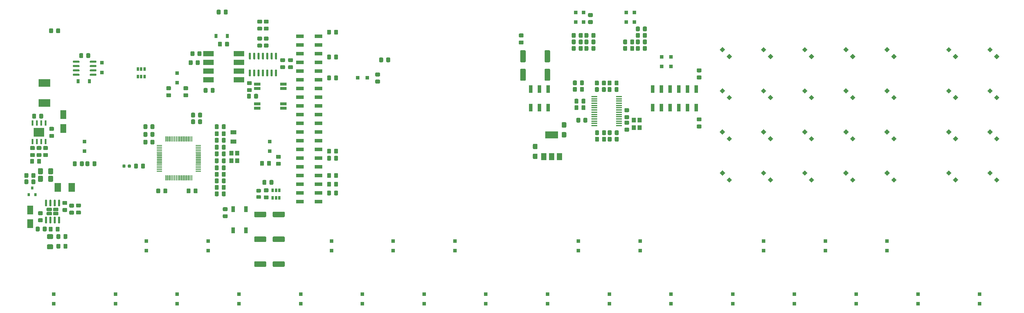
<source format=gbr>
G04 #@! TF.GenerationSoftware,KiCad,Pcbnew,5.1.9*
G04 #@! TF.CreationDate,2021-05-03T15:36:02+02:00*
G04 #@! TF.ProjectId,OTTO-Beta-Main,4f54544f-2d42-4657-9461-2d4d61696e2e,rev?*
G04 #@! TF.SameCoordinates,Original*
G04 #@! TF.FileFunction,Paste,Bot*
G04 #@! TF.FilePolarity,Positive*
%FSLAX46Y46*%
G04 Gerber Fmt 4.6, Leading zero omitted, Abs format (unit mm)*
G04 Created by KiCad (PCBNEW 5.1.9) date 2021-05-03 15:36:02*
%MOMM*%
%LPD*%
G01*
G04 APERTURE LIST*
%ADD10R,0.800000X0.900000*%
%ADD11R,1.900000X2.500000*%
%ADD12R,1.800000X2.500000*%
%ADD13R,3.500000X2.200000*%
%ADD14R,3.100000X2.600000*%
%ADD15R,0.600000X1.550000*%
%ADD16R,3.100000X1.600000*%
%ADD17R,2.180000X1.020000*%
%ADD18R,1.100000X1.100000*%
%ADD19R,1.750000X0.450000*%
%ADD20R,0.650000X1.060000*%
%ADD21R,3.800000X2.000000*%
%ADD22R,1.500000X2.000000*%
%ADD23R,1.200000X1.400000*%
%ADD24R,1.850000X0.900000*%
%ADD25C,0.150000*%
%ADD26R,1.100000X1.800000*%
%ADD27R,1.800000X1.200000*%
%ADD28R,1.020000X2.180000*%
%ADD29R,0.900000X1.200000*%
G04 APERTURE END LIST*
G36*
G01*
X66600000Y-48725000D02*
X66600000Y-50125000D01*
G75*
G02*
X66525000Y-50200000I-75000J0D01*
G01*
X66375000Y-50200000D01*
G75*
G02*
X66300000Y-50125000I0J75000D01*
G01*
X66300000Y-48725000D01*
G75*
G02*
X66375000Y-48650000I75000J0D01*
G01*
X66525000Y-48650000D01*
G75*
G02*
X66600000Y-48725000I0J-75000D01*
G01*
G37*
G36*
G01*
X66100000Y-48725000D02*
X66100000Y-50125000D01*
G75*
G02*
X66025000Y-50200000I-75000J0D01*
G01*
X65875000Y-50200000D01*
G75*
G02*
X65800000Y-50125000I0J75000D01*
G01*
X65800000Y-48725000D01*
G75*
G02*
X65875000Y-48650000I75000J0D01*
G01*
X66025000Y-48650000D01*
G75*
G02*
X66100000Y-48725000I0J-75000D01*
G01*
G37*
G36*
G01*
X65600000Y-48725000D02*
X65600000Y-50125000D01*
G75*
G02*
X65525000Y-50200000I-75000J0D01*
G01*
X65375000Y-50200000D01*
G75*
G02*
X65300000Y-50125000I0J75000D01*
G01*
X65300000Y-48725000D01*
G75*
G02*
X65375000Y-48650000I75000J0D01*
G01*
X65525000Y-48650000D01*
G75*
G02*
X65600000Y-48725000I0J-75000D01*
G01*
G37*
G36*
G01*
X65100000Y-48725000D02*
X65100000Y-50125000D01*
G75*
G02*
X65025000Y-50200000I-75000J0D01*
G01*
X64875000Y-50200000D01*
G75*
G02*
X64800000Y-50125000I0J75000D01*
G01*
X64800000Y-48725000D01*
G75*
G02*
X64875000Y-48650000I75000J0D01*
G01*
X65025000Y-48650000D01*
G75*
G02*
X65100000Y-48725000I0J-75000D01*
G01*
G37*
G36*
G01*
X64600000Y-48725000D02*
X64600000Y-50125000D01*
G75*
G02*
X64525000Y-50200000I-75000J0D01*
G01*
X64375000Y-50200000D01*
G75*
G02*
X64300000Y-50125000I0J75000D01*
G01*
X64300000Y-48725000D01*
G75*
G02*
X64375000Y-48650000I75000J0D01*
G01*
X64525000Y-48650000D01*
G75*
G02*
X64600000Y-48725000I0J-75000D01*
G01*
G37*
G36*
G01*
X64100000Y-48725000D02*
X64100000Y-50125000D01*
G75*
G02*
X64025000Y-50200000I-75000J0D01*
G01*
X63875000Y-50200000D01*
G75*
G02*
X63800000Y-50125000I0J75000D01*
G01*
X63800000Y-48725000D01*
G75*
G02*
X63875000Y-48650000I75000J0D01*
G01*
X64025000Y-48650000D01*
G75*
G02*
X64100000Y-48725000I0J-75000D01*
G01*
G37*
G36*
G01*
X63600000Y-48725000D02*
X63600000Y-50125000D01*
G75*
G02*
X63525000Y-50200000I-75000J0D01*
G01*
X63375000Y-50200000D01*
G75*
G02*
X63300000Y-50125000I0J75000D01*
G01*
X63300000Y-48725000D01*
G75*
G02*
X63375000Y-48650000I75000J0D01*
G01*
X63525000Y-48650000D01*
G75*
G02*
X63600000Y-48725000I0J-75000D01*
G01*
G37*
G36*
G01*
X63100000Y-48725000D02*
X63100000Y-50125000D01*
G75*
G02*
X63025000Y-50200000I-75000J0D01*
G01*
X62875000Y-50200000D01*
G75*
G02*
X62800000Y-50125000I0J75000D01*
G01*
X62800000Y-48725000D01*
G75*
G02*
X62875000Y-48650000I75000J0D01*
G01*
X63025000Y-48650000D01*
G75*
G02*
X63100000Y-48725000I0J-75000D01*
G01*
G37*
G36*
G01*
X62600000Y-48725000D02*
X62600000Y-50125000D01*
G75*
G02*
X62525000Y-50200000I-75000J0D01*
G01*
X62375000Y-50200000D01*
G75*
G02*
X62300000Y-50125000I0J75000D01*
G01*
X62300000Y-48725000D01*
G75*
G02*
X62375000Y-48650000I75000J0D01*
G01*
X62525000Y-48650000D01*
G75*
G02*
X62600000Y-48725000I0J-75000D01*
G01*
G37*
G36*
G01*
X62100000Y-48725000D02*
X62100000Y-50125000D01*
G75*
G02*
X62025000Y-50200000I-75000J0D01*
G01*
X61875000Y-50200000D01*
G75*
G02*
X61800000Y-50125000I0J75000D01*
G01*
X61800000Y-48725000D01*
G75*
G02*
X61875000Y-48650000I75000J0D01*
G01*
X62025000Y-48650000D01*
G75*
G02*
X62100000Y-48725000I0J-75000D01*
G01*
G37*
G36*
G01*
X61600000Y-48725000D02*
X61600000Y-50125000D01*
G75*
G02*
X61525000Y-50200000I-75000J0D01*
G01*
X61375000Y-50200000D01*
G75*
G02*
X61300000Y-50125000I0J75000D01*
G01*
X61300000Y-48725000D01*
G75*
G02*
X61375000Y-48650000I75000J0D01*
G01*
X61525000Y-48650000D01*
G75*
G02*
X61600000Y-48725000I0J-75000D01*
G01*
G37*
G36*
G01*
X61100000Y-48725000D02*
X61100000Y-50125000D01*
G75*
G02*
X61025000Y-50200000I-75000J0D01*
G01*
X60875000Y-50200000D01*
G75*
G02*
X60800000Y-50125000I0J75000D01*
G01*
X60800000Y-48725000D01*
G75*
G02*
X60875000Y-48650000I75000J0D01*
G01*
X61025000Y-48650000D01*
G75*
G02*
X61100000Y-48725000I0J-75000D01*
G01*
G37*
G36*
G01*
X60600000Y-48725000D02*
X60600000Y-50125000D01*
G75*
G02*
X60525000Y-50200000I-75000J0D01*
G01*
X60375000Y-50200000D01*
G75*
G02*
X60300000Y-50125000I0J75000D01*
G01*
X60300000Y-48725000D01*
G75*
G02*
X60375000Y-48650000I75000J0D01*
G01*
X60525000Y-48650000D01*
G75*
G02*
X60600000Y-48725000I0J-75000D01*
G01*
G37*
G36*
G01*
X60100000Y-48725000D02*
X60100000Y-50125000D01*
G75*
G02*
X60025000Y-50200000I-75000J0D01*
G01*
X59875000Y-50200000D01*
G75*
G02*
X59800000Y-50125000I0J75000D01*
G01*
X59800000Y-48725000D01*
G75*
G02*
X59875000Y-48650000I75000J0D01*
G01*
X60025000Y-48650000D01*
G75*
G02*
X60100000Y-48725000I0J-75000D01*
G01*
G37*
G36*
G01*
X59600000Y-48725000D02*
X59600000Y-50125000D01*
G75*
G02*
X59525000Y-50200000I-75000J0D01*
G01*
X59375000Y-50200000D01*
G75*
G02*
X59300000Y-50125000I0J75000D01*
G01*
X59300000Y-48725000D01*
G75*
G02*
X59375000Y-48650000I75000J0D01*
G01*
X59525000Y-48650000D01*
G75*
G02*
X59600000Y-48725000I0J-75000D01*
G01*
G37*
G36*
G01*
X59100000Y-48725000D02*
X59100000Y-50125000D01*
G75*
G02*
X59025000Y-50200000I-75000J0D01*
G01*
X58875000Y-50200000D01*
G75*
G02*
X58800000Y-50125000I0J75000D01*
G01*
X58800000Y-48725000D01*
G75*
G02*
X58875000Y-48650000I75000J0D01*
G01*
X59025000Y-48650000D01*
G75*
G02*
X59100000Y-48725000I0J-75000D01*
G01*
G37*
G36*
G01*
X57800000Y-51275000D02*
X57800000Y-51425000D01*
G75*
G02*
X57725000Y-51500000I-75000J0D01*
G01*
X56325000Y-51500000D01*
G75*
G02*
X56250000Y-51425000I0J75000D01*
G01*
X56250000Y-51275000D01*
G75*
G02*
X56325000Y-51200000I75000J0D01*
G01*
X57725000Y-51200000D01*
G75*
G02*
X57800000Y-51275000I0J-75000D01*
G01*
G37*
G36*
G01*
X57800000Y-51775000D02*
X57800000Y-51925000D01*
G75*
G02*
X57725000Y-52000000I-75000J0D01*
G01*
X56325000Y-52000000D01*
G75*
G02*
X56250000Y-51925000I0J75000D01*
G01*
X56250000Y-51775000D01*
G75*
G02*
X56325000Y-51700000I75000J0D01*
G01*
X57725000Y-51700000D01*
G75*
G02*
X57800000Y-51775000I0J-75000D01*
G01*
G37*
G36*
G01*
X57800000Y-52275000D02*
X57800000Y-52425000D01*
G75*
G02*
X57725000Y-52500000I-75000J0D01*
G01*
X56325000Y-52500000D01*
G75*
G02*
X56250000Y-52425000I0J75000D01*
G01*
X56250000Y-52275000D01*
G75*
G02*
X56325000Y-52200000I75000J0D01*
G01*
X57725000Y-52200000D01*
G75*
G02*
X57800000Y-52275000I0J-75000D01*
G01*
G37*
G36*
G01*
X57800000Y-52775000D02*
X57800000Y-52925000D01*
G75*
G02*
X57725000Y-53000000I-75000J0D01*
G01*
X56325000Y-53000000D01*
G75*
G02*
X56250000Y-52925000I0J75000D01*
G01*
X56250000Y-52775000D01*
G75*
G02*
X56325000Y-52700000I75000J0D01*
G01*
X57725000Y-52700000D01*
G75*
G02*
X57800000Y-52775000I0J-75000D01*
G01*
G37*
G36*
G01*
X57800000Y-53275000D02*
X57800000Y-53425000D01*
G75*
G02*
X57725000Y-53500000I-75000J0D01*
G01*
X56325000Y-53500000D01*
G75*
G02*
X56250000Y-53425000I0J75000D01*
G01*
X56250000Y-53275000D01*
G75*
G02*
X56325000Y-53200000I75000J0D01*
G01*
X57725000Y-53200000D01*
G75*
G02*
X57800000Y-53275000I0J-75000D01*
G01*
G37*
G36*
G01*
X57800000Y-53775000D02*
X57800000Y-53925000D01*
G75*
G02*
X57725000Y-54000000I-75000J0D01*
G01*
X56325000Y-54000000D01*
G75*
G02*
X56250000Y-53925000I0J75000D01*
G01*
X56250000Y-53775000D01*
G75*
G02*
X56325000Y-53700000I75000J0D01*
G01*
X57725000Y-53700000D01*
G75*
G02*
X57800000Y-53775000I0J-75000D01*
G01*
G37*
G36*
G01*
X57800000Y-54275000D02*
X57800000Y-54425000D01*
G75*
G02*
X57725000Y-54500000I-75000J0D01*
G01*
X56325000Y-54500000D01*
G75*
G02*
X56250000Y-54425000I0J75000D01*
G01*
X56250000Y-54275000D01*
G75*
G02*
X56325000Y-54200000I75000J0D01*
G01*
X57725000Y-54200000D01*
G75*
G02*
X57800000Y-54275000I0J-75000D01*
G01*
G37*
G36*
G01*
X57800000Y-54775000D02*
X57800000Y-54925000D01*
G75*
G02*
X57725000Y-55000000I-75000J0D01*
G01*
X56325000Y-55000000D01*
G75*
G02*
X56250000Y-54925000I0J75000D01*
G01*
X56250000Y-54775000D01*
G75*
G02*
X56325000Y-54700000I75000J0D01*
G01*
X57725000Y-54700000D01*
G75*
G02*
X57800000Y-54775000I0J-75000D01*
G01*
G37*
G36*
G01*
X57800000Y-55275000D02*
X57800000Y-55425000D01*
G75*
G02*
X57725000Y-55500000I-75000J0D01*
G01*
X56325000Y-55500000D01*
G75*
G02*
X56250000Y-55425000I0J75000D01*
G01*
X56250000Y-55275000D01*
G75*
G02*
X56325000Y-55200000I75000J0D01*
G01*
X57725000Y-55200000D01*
G75*
G02*
X57800000Y-55275000I0J-75000D01*
G01*
G37*
G36*
G01*
X57800000Y-55775000D02*
X57800000Y-55925000D01*
G75*
G02*
X57725000Y-56000000I-75000J0D01*
G01*
X56325000Y-56000000D01*
G75*
G02*
X56250000Y-55925000I0J75000D01*
G01*
X56250000Y-55775000D01*
G75*
G02*
X56325000Y-55700000I75000J0D01*
G01*
X57725000Y-55700000D01*
G75*
G02*
X57800000Y-55775000I0J-75000D01*
G01*
G37*
G36*
G01*
X57800000Y-56275000D02*
X57800000Y-56425000D01*
G75*
G02*
X57725000Y-56500000I-75000J0D01*
G01*
X56325000Y-56500000D01*
G75*
G02*
X56250000Y-56425000I0J75000D01*
G01*
X56250000Y-56275000D01*
G75*
G02*
X56325000Y-56200000I75000J0D01*
G01*
X57725000Y-56200000D01*
G75*
G02*
X57800000Y-56275000I0J-75000D01*
G01*
G37*
G36*
G01*
X57800000Y-56775000D02*
X57800000Y-56925000D01*
G75*
G02*
X57725000Y-57000000I-75000J0D01*
G01*
X56325000Y-57000000D01*
G75*
G02*
X56250000Y-56925000I0J75000D01*
G01*
X56250000Y-56775000D01*
G75*
G02*
X56325000Y-56700000I75000J0D01*
G01*
X57725000Y-56700000D01*
G75*
G02*
X57800000Y-56775000I0J-75000D01*
G01*
G37*
G36*
G01*
X57800000Y-57275000D02*
X57800000Y-57425000D01*
G75*
G02*
X57725000Y-57500000I-75000J0D01*
G01*
X56325000Y-57500000D01*
G75*
G02*
X56250000Y-57425000I0J75000D01*
G01*
X56250000Y-57275000D01*
G75*
G02*
X56325000Y-57200000I75000J0D01*
G01*
X57725000Y-57200000D01*
G75*
G02*
X57800000Y-57275000I0J-75000D01*
G01*
G37*
G36*
G01*
X57800000Y-57775000D02*
X57800000Y-57925000D01*
G75*
G02*
X57725000Y-58000000I-75000J0D01*
G01*
X56325000Y-58000000D01*
G75*
G02*
X56250000Y-57925000I0J75000D01*
G01*
X56250000Y-57775000D01*
G75*
G02*
X56325000Y-57700000I75000J0D01*
G01*
X57725000Y-57700000D01*
G75*
G02*
X57800000Y-57775000I0J-75000D01*
G01*
G37*
G36*
G01*
X57800000Y-58275000D02*
X57800000Y-58425000D01*
G75*
G02*
X57725000Y-58500000I-75000J0D01*
G01*
X56325000Y-58500000D01*
G75*
G02*
X56250000Y-58425000I0J75000D01*
G01*
X56250000Y-58275000D01*
G75*
G02*
X56325000Y-58200000I75000J0D01*
G01*
X57725000Y-58200000D01*
G75*
G02*
X57800000Y-58275000I0J-75000D01*
G01*
G37*
G36*
G01*
X57800000Y-58775000D02*
X57800000Y-58925000D01*
G75*
G02*
X57725000Y-59000000I-75000J0D01*
G01*
X56325000Y-59000000D01*
G75*
G02*
X56250000Y-58925000I0J75000D01*
G01*
X56250000Y-58775000D01*
G75*
G02*
X56325000Y-58700000I75000J0D01*
G01*
X57725000Y-58700000D01*
G75*
G02*
X57800000Y-58775000I0J-75000D01*
G01*
G37*
G36*
G01*
X59100000Y-60075000D02*
X59100000Y-61475000D01*
G75*
G02*
X59025000Y-61550000I-75000J0D01*
G01*
X58875000Y-61550000D01*
G75*
G02*
X58800000Y-61475000I0J75000D01*
G01*
X58800000Y-60075000D01*
G75*
G02*
X58875000Y-60000000I75000J0D01*
G01*
X59025000Y-60000000D01*
G75*
G02*
X59100000Y-60075000I0J-75000D01*
G01*
G37*
G36*
G01*
X59600000Y-60075000D02*
X59600000Y-61475000D01*
G75*
G02*
X59525000Y-61550000I-75000J0D01*
G01*
X59375000Y-61550000D01*
G75*
G02*
X59300000Y-61475000I0J75000D01*
G01*
X59300000Y-60075000D01*
G75*
G02*
X59375000Y-60000000I75000J0D01*
G01*
X59525000Y-60000000D01*
G75*
G02*
X59600000Y-60075000I0J-75000D01*
G01*
G37*
G36*
G01*
X60100000Y-60075000D02*
X60100000Y-61475000D01*
G75*
G02*
X60025000Y-61550000I-75000J0D01*
G01*
X59875000Y-61550000D01*
G75*
G02*
X59800000Y-61475000I0J75000D01*
G01*
X59800000Y-60075000D01*
G75*
G02*
X59875000Y-60000000I75000J0D01*
G01*
X60025000Y-60000000D01*
G75*
G02*
X60100000Y-60075000I0J-75000D01*
G01*
G37*
G36*
G01*
X60600000Y-60075000D02*
X60600000Y-61475000D01*
G75*
G02*
X60525000Y-61550000I-75000J0D01*
G01*
X60375000Y-61550000D01*
G75*
G02*
X60300000Y-61475000I0J75000D01*
G01*
X60300000Y-60075000D01*
G75*
G02*
X60375000Y-60000000I75000J0D01*
G01*
X60525000Y-60000000D01*
G75*
G02*
X60600000Y-60075000I0J-75000D01*
G01*
G37*
G36*
G01*
X61100000Y-60075000D02*
X61100000Y-61475000D01*
G75*
G02*
X61025000Y-61550000I-75000J0D01*
G01*
X60875000Y-61550000D01*
G75*
G02*
X60800000Y-61475000I0J75000D01*
G01*
X60800000Y-60075000D01*
G75*
G02*
X60875000Y-60000000I75000J0D01*
G01*
X61025000Y-60000000D01*
G75*
G02*
X61100000Y-60075000I0J-75000D01*
G01*
G37*
G36*
G01*
X61600000Y-60075000D02*
X61600000Y-61475000D01*
G75*
G02*
X61525000Y-61550000I-75000J0D01*
G01*
X61375000Y-61550000D01*
G75*
G02*
X61300000Y-61475000I0J75000D01*
G01*
X61300000Y-60075000D01*
G75*
G02*
X61375000Y-60000000I75000J0D01*
G01*
X61525000Y-60000000D01*
G75*
G02*
X61600000Y-60075000I0J-75000D01*
G01*
G37*
G36*
G01*
X62100000Y-60075000D02*
X62100000Y-61475000D01*
G75*
G02*
X62025000Y-61550000I-75000J0D01*
G01*
X61875000Y-61550000D01*
G75*
G02*
X61800000Y-61475000I0J75000D01*
G01*
X61800000Y-60075000D01*
G75*
G02*
X61875000Y-60000000I75000J0D01*
G01*
X62025000Y-60000000D01*
G75*
G02*
X62100000Y-60075000I0J-75000D01*
G01*
G37*
G36*
G01*
X62600000Y-60075000D02*
X62600000Y-61475000D01*
G75*
G02*
X62525000Y-61550000I-75000J0D01*
G01*
X62375000Y-61550000D01*
G75*
G02*
X62300000Y-61475000I0J75000D01*
G01*
X62300000Y-60075000D01*
G75*
G02*
X62375000Y-60000000I75000J0D01*
G01*
X62525000Y-60000000D01*
G75*
G02*
X62600000Y-60075000I0J-75000D01*
G01*
G37*
G36*
G01*
X63100000Y-60075000D02*
X63100000Y-61475000D01*
G75*
G02*
X63025000Y-61550000I-75000J0D01*
G01*
X62875000Y-61550000D01*
G75*
G02*
X62800000Y-61475000I0J75000D01*
G01*
X62800000Y-60075000D01*
G75*
G02*
X62875000Y-60000000I75000J0D01*
G01*
X63025000Y-60000000D01*
G75*
G02*
X63100000Y-60075000I0J-75000D01*
G01*
G37*
G36*
G01*
X63600000Y-60075000D02*
X63600000Y-61475000D01*
G75*
G02*
X63525000Y-61550000I-75000J0D01*
G01*
X63375000Y-61550000D01*
G75*
G02*
X63300000Y-61475000I0J75000D01*
G01*
X63300000Y-60075000D01*
G75*
G02*
X63375000Y-60000000I75000J0D01*
G01*
X63525000Y-60000000D01*
G75*
G02*
X63600000Y-60075000I0J-75000D01*
G01*
G37*
G36*
G01*
X64100000Y-60075000D02*
X64100000Y-61475000D01*
G75*
G02*
X64025000Y-61550000I-75000J0D01*
G01*
X63875000Y-61550000D01*
G75*
G02*
X63800000Y-61475000I0J75000D01*
G01*
X63800000Y-60075000D01*
G75*
G02*
X63875000Y-60000000I75000J0D01*
G01*
X64025000Y-60000000D01*
G75*
G02*
X64100000Y-60075000I0J-75000D01*
G01*
G37*
G36*
G01*
X64600000Y-60075000D02*
X64600000Y-61475000D01*
G75*
G02*
X64525000Y-61550000I-75000J0D01*
G01*
X64375000Y-61550000D01*
G75*
G02*
X64300000Y-61475000I0J75000D01*
G01*
X64300000Y-60075000D01*
G75*
G02*
X64375000Y-60000000I75000J0D01*
G01*
X64525000Y-60000000D01*
G75*
G02*
X64600000Y-60075000I0J-75000D01*
G01*
G37*
G36*
G01*
X65100000Y-60075000D02*
X65100000Y-61475000D01*
G75*
G02*
X65025000Y-61550000I-75000J0D01*
G01*
X64875000Y-61550000D01*
G75*
G02*
X64800000Y-61475000I0J75000D01*
G01*
X64800000Y-60075000D01*
G75*
G02*
X64875000Y-60000000I75000J0D01*
G01*
X65025000Y-60000000D01*
G75*
G02*
X65100000Y-60075000I0J-75000D01*
G01*
G37*
G36*
G01*
X65600000Y-60075000D02*
X65600000Y-61475000D01*
G75*
G02*
X65525000Y-61550000I-75000J0D01*
G01*
X65375000Y-61550000D01*
G75*
G02*
X65300000Y-61475000I0J75000D01*
G01*
X65300000Y-60075000D01*
G75*
G02*
X65375000Y-60000000I75000J0D01*
G01*
X65525000Y-60000000D01*
G75*
G02*
X65600000Y-60075000I0J-75000D01*
G01*
G37*
G36*
G01*
X66100000Y-60075000D02*
X66100000Y-61475000D01*
G75*
G02*
X66025000Y-61550000I-75000J0D01*
G01*
X65875000Y-61550000D01*
G75*
G02*
X65800000Y-61475000I0J75000D01*
G01*
X65800000Y-60075000D01*
G75*
G02*
X65875000Y-60000000I75000J0D01*
G01*
X66025000Y-60000000D01*
G75*
G02*
X66100000Y-60075000I0J-75000D01*
G01*
G37*
G36*
G01*
X66600000Y-60075000D02*
X66600000Y-61475000D01*
G75*
G02*
X66525000Y-61550000I-75000J0D01*
G01*
X66375000Y-61550000D01*
G75*
G02*
X66300000Y-61475000I0J75000D01*
G01*
X66300000Y-60075000D01*
G75*
G02*
X66375000Y-60000000I75000J0D01*
G01*
X66525000Y-60000000D01*
G75*
G02*
X66600000Y-60075000I0J-75000D01*
G01*
G37*
G36*
G01*
X69150000Y-58775000D02*
X69150000Y-58925000D01*
G75*
G02*
X69075000Y-59000000I-75000J0D01*
G01*
X67675000Y-59000000D01*
G75*
G02*
X67600000Y-58925000I0J75000D01*
G01*
X67600000Y-58775000D01*
G75*
G02*
X67675000Y-58700000I75000J0D01*
G01*
X69075000Y-58700000D01*
G75*
G02*
X69150000Y-58775000I0J-75000D01*
G01*
G37*
G36*
G01*
X69150000Y-58275000D02*
X69150000Y-58425000D01*
G75*
G02*
X69075000Y-58500000I-75000J0D01*
G01*
X67675000Y-58500000D01*
G75*
G02*
X67600000Y-58425000I0J75000D01*
G01*
X67600000Y-58275000D01*
G75*
G02*
X67675000Y-58200000I75000J0D01*
G01*
X69075000Y-58200000D01*
G75*
G02*
X69150000Y-58275000I0J-75000D01*
G01*
G37*
G36*
G01*
X69150000Y-57775000D02*
X69150000Y-57925000D01*
G75*
G02*
X69075000Y-58000000I-75000J0D01*
G01*
X67675000Y-58000000D01*
G75*
G02*
X67600000Y-57925000I0J75000D01*
G01*
X67600000Y-57775000D01*
G75*
G02*
X67675000Y-57700000I75000J0D01*
G01*
X69075000Y-57700000D01*
G75*
G02*
X69150000Y-57775000I0J-75000D01*
G01*
G37*
G36*
G01*
X69150000Y-57275000D02*
X69150000Y-57425000D01*
G75*
G02*
X69075000Y-57500000I-75000J0D01*
G01*
X67675000Y-57500000D01*
G75*
G02*
X67600000Y-57425000I0J75000D01*
G01*
X67600000Y-57275000D01*
G75*
G02*
X67675000Y-57200000I75000J0D01*
G01*
X69075000Y-57200000D01*
G75*
G02*
X69150000Y-57275000I0J-75000D01*
G01*
G37*
G36*
G01*
X69150000Y-56775000D02*
X69150000Y-56925000D01*
G75*
G02*
X69075000Y-57000000I-75000J0D01*
G01*
X67675000Y-57000000D01*
G75*
G02*
X67600000Y-56925000I0J75000D01*
G01*
X67600000Y-56775000D01*
G75*
G02*
X67675000Y-56700000I75000J0D01*
G01*
X69075000Y-56700000D01*
G75*
G02*
X69150000Y-56775000I0J-75000D01*
G01*
G37*
G36*
G01*
X69150000Y-56275000D02*
X69150000Y-56425000D01*
G75*
G02*
X69075000Y-56500000I-75000J0D01*
G01*
X67675000Y-56500000D01*
G75*
G02*
X67600000Y-56425000I0J75000D01*
G01*
X67600000Y-56275000D01*
G75*
G02*
X67675000Y-56200000I75000J0D01*
G01*
X69075000Y-56200000D01*
G75*
G02*
X69150000Y-56275000I0J-75000D01*
G01*
G37*
G36*
G01*
X69150000Y-55775000D02*
X69150000Y-55925000D01*
G75*
G02*
X69075000Y-56000000I-75000J0D01*
G01*
X67675000Y-56000000D01*
G75*
G02*
X67600000Y-55925000I0J75000D01*
G01*
X67600000Y-55775000D01*
G75*
G02*
X67675000Y-55700000I75000J0D01*
G01*
X69075000Y-55700000D01*
G75*
G02*
X69150000Y-55775000I0J-75000D01*
G01*
G37*
G36*
G01*
X69150000Y-55275000D02*
X69150000Y-55425000D01*
G75*
G02*
X69075000Y-55500000I-75000J0D01*
G01*
X67675000Y-55500000D01*
G75*
G02*
X67600000Y-55425000I0J75000D01*
G01*
X67600000Y-55275000D01*
G75*
G02*
X67675000Y-55200000I75000J0D01*
G01*
X69075000Y-55200000D01*
G75*
G02*
X69150000Y-55275000I0J-75000D01*
G01*
G37*
G36*
G01*
X69150000Y-54775000D02*
X69150000Y-54925000D01*
G75*
G02*
X69075000Y-55000000I-75000J0D01*
G01*
X67675000Y-55000000D01*
G75*
G02*
X67600000Y-54925000I0J75000D01*
G01*
X67600000Y-54775000D01*
G75*
G02*
X67675000Y-54700000I75000J0D01*
G01*
X69075000Y-54700000D01*
G75*
G02*
X69150000Y-54775000I0J-75000D01*
G01*
G37*
G36*
G01*
X69150000Y-54275000D02*
X69150000Y-54425000D01*
G75*
G02*
X69075000Y-54500000I-75000J0D01*
G01*
X67675000Y-54500000D01*
G75*
G02*
X67600000Y-54425000I0J75000D01*
G01*
X67600000Y-54275000D01*
G75*
G02*
X67675000Y-54200000I75000J0D01*
G01*
X69075000Y-54200000D01*
G75*
G02*
X69150000Y-54275000I0J-75000D01*
G01*
G37*
G36*
G01*
X69150000Y-53775000D02*
X69150000Y-53925000D01*
G75*
G02*
X69075000Y-54000000I-75000J0D01*
G01*
X67675000Y-54000000D01*
G75*
G02*
X67600000Y-53925000I0J75000D01*
G01*
X67600000Y-53775000D01*
G75*
G02*
X67675000Y-53700000I75000J0D01*
G01*
X69075000Y-53700000D01*
G75*
G02*
X69150000Y-53775000I0J-75000D01*
G01*
G37*
G36*
G01*
X69150000Y-53275000D02*
X69150000Y-53425000D01*
G75*
G02*
X69075000Y-53500000I-75000J0D01*
G01*
X67675000Y-53500000D01*
G75*
G02*
X67600000Y-53425000I0J75000D01*
G01*
X67600000Y-53275000D01*
G75*
G02*
X67675000Y-53200000I75000J0D01*
G01*
X69075000Y-53200000D01*
G75*
G02*
X69150000Y-53275000I0J-75000D01*
G01*
G37*
G36*
G01*
X69150000Y-52775000D02*
X69150000Y-52925000D01*
G75*
G02*
X69075000Y-53000000I-75000J0D01*
G01*
X67675000Y-53000000D01*
G75*
G02*
X67600000Y-52925000I0J75000D01*
G01*
X67600000Y-52775000D01*
G75*
G02*
X67675000Y-52700000I75000J0D01*
G01*
X69075000Y-52700000D01*
G75*
G02*
X69150000Y-52775000I0J-75000D01*
G01*
G37*
G36*
G01*
X69150000Y-52275000D02*
X69150000Y-52425000D01*
G75*
G02*
X69075000Y-52500000I-75000J0D01*
G01*
X67675000Y-52500000D01*
G75*
G02*
X67600000Y-52425000I0J75000D01*
G01*
X67600000Y-52275000D01*
G75*
G02*
X67675000Y-52200000I75000J0D01*
G01*
X69075000Y-52200000D01*
G75*
G02*
X69150000Y-52275000I0J-75000D01*
G01*
G37*
G36*
G01*
X69150000Y-51775000D02*
X69150000Y-51925000D01*
G75*
G02*
X69075000Y-52000000I-75000J0D01*
G01*
X67675000Y-52000000D01*
G75*
G02*
X67600000Y-51925000I0J75000D01*
G01*
X67600000Y-51775000D01*
G75*
G02*
X67675000Y-51700000I75000J0D01*
G01*
X69075000Y-51700000D01*
G75*
G02*
X69150000Y-51775000I0J-75000D01*
G01*
G37*
G36*
G01*
X69150000Y-51275000D02*
X69150000Y-51425000D01*
G75*
G02*
X69075000Y-51500000I-75000J0D01*
G01*
X67675000Y-51500000D01*
G75*
G02*
X67600000Y-51425000I0J75000D01*
G01*
X67600000Y-51275000D01*
G75*
G02*
X67675000Y-51200000I75000J0D01*
G01*
X69075000Y-51200000D01*
G75*
G02*
X69150000Y-51275000I0J-75000D01*
G01*
G37*
G36*
G01*
X20444000Y-55507799D02*
X20444000Y-56407801D01*
G75*
G02*
X20194001Y-56657800I-249999J0D01*
G01*
X19543999Y-56657800D01*
G75*
G02*
X19294000Y-56407801I0J249999D01*
G01*
X19294000Y-55507799D01*
G75*
G02*
X19543999Y-55257800I249999J0D01*
G01*
X20194001Y-55257800D01*
G75*
G02*
X20444000Y-55507799I0J-249999D01*
G01*
G37*
G36*
G01*
X22494000Y-55507799D02*
X22494000Y-56407801D01*
G75*
G02*
X22244001Y-56657800I-249999J0D01*
G01*
X21593999Y-56657800D01*
G75*
G02*
X21344000Y-56407801I0J249999D01*
G01*
X21344000Y-55507799D01*
G75*
G02*
X21593999Y-55257800I249999J0D01*
G01*
X22244001Y-55257800D01*
G75*
G02*
X22494000Y-55507799I0J-249999D01*
G01*
G37*
G36*
G01*
X86400001Y-65050000D02*
X85499999Y-65050000D01*
G75*
G02*
X85250000Y-64800001I0J249999D01*
G01*
X85250000Y-64274999D01*
G75*
G02*
X85499999Y-64025000I249999J0D01*
G01*
X86400001Y-64025000D01*
G75*
G02*
X86650000Y-64274999I0J-249999D01*
G01*
X86650000Y-64800001D01*
G75*
G02*
X86400001Y-65050000I-249999J0D01*
G01*
G37*
G36*
G01*
X86400001Y-66875000D02*
X85499999Y-66875000D01*
G75*
G02*
X85250000Y-66625001I0J249999D01*
G01*
X85250000Y-66099999D01*
G75*
G02*
X85499999Y-65850000I249999J0D01*
G01*
X86400001Y-65850000D01*
G75*
G02*
X86650000Y-66099999I0J-249999D01*
G01*
X86650000Y-66625001D01*
G75*
G02*
X86400001Y-66875000I-249999J0D01*
G01*
G37*
G36*
G01*
X26242600Y-70701000D02*
X27332600Y-70701000D01*
G75*
G02*
X27582600Y-70951000I0J-250000D01*
G01*
X27582600Y-71461000D01*
G75*
G02*
X27332600Y-71711000I-250000J0D01*
G01*
X26242600Y-71711000D01*
G75*
G02*
X25992600Y-71461000I0J250000D01*
G01*
X25992600Y-70951000D01*
G75*
G02*
X26242600Y-70701000I250000J0D01*
G01*
G37*
G36*
G01*
X24342600Y-70701000D02*
X25432600Y-70701000D01*
G75*
G02*
X25682600Y-70951000I0J-250000D01*
G01*
X25682600Y-71461000D01*
G75*
G02*
X25432600Y-71711000I-250000J0D01*
G01*
X24342600Y-71711000D01*
G75*
G02*
X24092600Y-71461000I0J250000D01*
G01*
X24092600Y-70951000D01*
G75*
G02*
X24342600Y-70701000I250000J0D01*
G01*
G37*
G36*
G01*
X26242600Y-69501000D02*
X27332600Y-69501000D01*
G75*
G02*
X27582600Y-69751000I0J-250000D01*
G01*
X27582600Y-70261000D01*
G75*
G02*
X27332600Y-70511000I-250000J0D01*
G01*
X26242600Y-70511000D01*
G75*
G02*
X25992600Y-70261000I0J250000D01*
G01*
X25992600Y-69751000D01*
G75*
G02*
X26242600Y-69501000I250000J0D01*
G01*
G37*
G36*
G01*
X24342600Y-69501000D02*
X25432600Y-69501000D01*
G75*
G02*
X25682600Y-69751000I0J-250000D01*
G01*
X25682600Y-70261000D01*
G75*
G02*
X25432600Y-70511000I-250000J0D01*
G01*
X24342600Y-70511000D01*
G75*
G02*
X24092600Y-70261000I0J250000D01*
G01*
X24092600Y-69751000D01*
G75*
G02*
X24342600Y-69501000I250000J0D01*
G01*
G37*
G36*
G01*
X23782600Y-72106000D02*
X24082600Y-72106000D01*
G75*
G02*
X24232600Y-72256000I0J-150000D01*
G01*
X24232600Y-73906000D01*
G75*
G02*
X24082600Y-74056000I-150000J0D01*
G01*
X23782600Y-74056000D01*
G75*
G02*
X23632600Y-73906000I0J150000D01*
G01*
X23632600Y-72256000D01*
G75*
G02*
X23782600Y-72106000I150000J0D01*
G01*
G37*
G36*
G01*
X25052600Y-72106000D02*
X25352600Y-72106000D01*
G75*
G02*
X25502600Y-72256000I0J-150000D01*
G01*
X25502600Y-73906000D01*
G75*
G02*
X25352600Y-74056000I-150000J0D01*
G01*
X25052600Y-74056000D01*
G75*
G02*
X24902600Y-73906000I0J150000D01*
G01*
X24902600Y-72256000D01*
G75*
G02*
X25052600Y-72106000I150000J0D01*
G01*
G37*
G36*
G01*
X26322600Y-72106000D02*
X26622600Y-72106000D01*
G75*
G02*
X26772600Y-72256000I0J-150000D01*
G01*
X26772600Y-73906000D01*
G75*
G02*
X26622600Y-74056000I-150000J0D01*
G01*
X26322600Y-74056000D01*
G75*
G02*
X26172600Y-73906000I0J150000D01*
G01*
X26172600Y-72256000D01*
G75*
G02*
X26322600Y-72106000I150000J0D01*
G01*
G37*
G36*
G01*
X27592600Y-72106000D02*
X27892600Y-72106000D01*
G75*
G02*
X28042600Y-72256000I0J-150000D01*
G01*
X28042600Y-73906000D01*
G75*
G02*
X27892600Y-74056000I-150000J0D01*
G01*
X27592600Y-74056000D01*
G75*
G02*
X27442600Y-73906000I0J150000D01*
G01*
X27442600Y-72256000D01*
G75*
G02*
X27592600Y-72106000I150000J0D01*
G01*
G37*
G36*
G01*
X27592600Y-67156000D02*
X27892600Y-67156000D01*
G75*
G02*
X28042600Y-67306000I0J-150000D01*
G01*
X28042600Y-68956000D01*
G75*
G02*
X27892600Y-69106000I-150000J0D01*
G01*
X27592600Y-69106000D01*
G75*
G02*
X27442600Y-68956000I0J150000D01*
G01*
X27442600Y-67306000D01*
G75*
G02*
X27592600Y-67156000I150000J0D01*
G01*
G37*
G36*
G01*
X26322600Y-67156000D02*
X26622600Y-67156000D01*
G75*
G02*
X26772600Y-67306000I0J-150000D01*
G01*
X26772600Y-68956000D01*
G75*
G02*
X26622600Y-69106000I-150000J0D01*
G01*
X26322600Y-69106000D01*
G75*
G02*
X26172600Y-68956000I0J150000D01*
G01*
X26172600Y-67306000D01*
G75*
G02*
X26322600Y-67156000I150000J0D01*
G01*
G37*
G36*
G01*
X25052600Y-67156000D02*
X25352600Y-67156000D01*
G75*
G02*
X25502600Y-67306000I0J-150000D01*
G01*
X25502600Y-68956000D01*
G75*
G02*
X25352600Y-69106000I-150000J0D01*
G01*
X25052600Y-69106000D01*
G75*
G02*
X24902600Y-68956000I0J150000D01*
G01*
X24902600Y-67306000D01*
G75*
G02*
X25052600Y-67156000I150000J0D01*
G01*
G37*
G36*
G01*
X23782600Y-67156000D02*
X24082600Y-67156000D01*
G75*
G02*
X24232600Y-67306000I0J-150000D01*
G01*
X24232600Y-68956000D01*
G75*
G02*
X24082600Y-69106000I-150000J0D01*
G01*
X23782600Y-69106000D01*
G75*
G02*
X23632600Y-68956000I0J150000D01*
G01*
X23632600Y-67306000D01*
G75*
G02*
X23782600Y-67156000I150000J0D01*
G01*
G37*
G36*
G01*
X19683600Y-62369201D02*
X19683600Y-61469199D01*
G75*
G02*
X19933599Y-61219200I249999J0D01*
G01*
X20583601Y-61219200D01*
G75*
G02*
X20833600Y-61469199I0J-249999D01*
G01*
X20833600Y-62369201D01*
G75*
G02*
X20583601Y-62619200I-249999J0D01*
G01*
X19933599Y-62619200D01*
G75*
G02*
X19683600Y-62369201I0J249999D01*
G01*
G37*
G36*
G01*
X17633600Y-62369201D02*
X17633600Y-61469199D01*
G75*
G02*
X17883599Y-61219200I249999J0D01*
G01*
X18533601Y-61219200D01*
G75*
G02*
X18783600Y-61469199I0J-249999D01*
G01*
X18783600Y-62369201D01*
G75*
G02*
X18533601Y-62619200I-249999J0D01*
G01*
X17883599Y-62619200D01*
G75*
G02*
X17633600Y-62369201I0J249999D01*
G01*
G37*
G36*
G01*
X19683600Y-60540401D02*
X19683600Y-59640399D01*
G75*
G02*
X19933599Y-59390400I249999J0D01*
G01*
X20583601Y-59390400D01*
G75*
G02*
X20833600Y-59640399I0J-249999D01*
G01*
X20833600Y-60540401D01*
G75*
G02*
X20583601Y-60790400I-249999J0D01*
G01*
X19933599Y-60790400D01*
G75*
G02*
X19683600Y-60540401I0J249999D01*
G01*
G37*
G36*
G01*
X17633600Y-60540401D02*
X17633600Y-59640399D01*
G75*
G02*
X17883599Y-59390400I249999J0D01*
G01*
X18533601Y-59390400D01*
G75*
G02*
X18783600Y-59640399I0J-249999D01*
G01*
X18783600Y-60540401D01*
G75*
G02*
X18533601Y-60790400I-249999J0D01*
G01*
X17883599Y-60790400D01*
G75*
G02*
X17633600Y-60540401I0J249999D01*
G01*
G37*
G36*
G01*
X28130800Y-80290599D02*
X28130800Y-81190601D01*
G75*
G02*
X27880801Y-81440600I-249999J0D01*
G01*
X27230799Y-81440600D01*
G75*
G02*
X26980800Y-81190601I0J249999D01*
G01*
X26980800Y-80290599D01*
G75*
G02*
X27230799Y-80040600I249999J0D01*
G01*
X27880801Y-80040600D01*
G75*
G02*
X28130800Y-80290599I0J-249999D01*
G01*
G37*
G36*
G01*
X30180800Y-80290599D02*
X30180800Y-81190601D01*
G75*
G02*
X29930801Y-81440600I-249999J0D01*
G01*
X29280799Y-81440600D01*
G75*
G02*
X29030800Y-81190601I0J249999D01*
G01*
X29030800Y-80290599D01*
G75*
G02*
X29280799Y-80040600I249999J0D01*
G01*
X29930801Y-80040600D01*
G75*
G02*
X30180800Y-80290599I0J-249999D01*
G01*
G37*
G36*
G01*
X32956799Y-70319400D02*
X33856801Y-70319400D01*
G75*
G02*
X34106800Y-70569399I0J-249999D01*
G01*
X34106800Y-71219401D01*
G75*
G02*
X33856801Y-71469400I-249999J0D01*
G01*
X32956799Y-71469400D01*
G75*
G02*
X32706800Y-71219401I0J249999D01*
G01*
X32706800Y-70569399D01*
G75*
G02*
X32956799Y-70319400I249999J0D01*
G01*
G37*
G36*
G01*
X32956799Y-68269400D02*
X33856801Y-68269400D01*
G75*
G02*
X34106800Y-68519399I0J-249999D01*
G01*
X34106800Y-69169401D01*
G75*
G02*
X33856801Y-69419400I-249999J0D01*
G01*
X32956799Y-69419400D01*
G75*
G02*
X32706800Y-69169401I0J249999D01*
G01*
X32706800Y-68519399D01*
G75*
G02*
X32956799Y-68269400I249999J0D01*
G01*
G37*
G36*
G01*
X28130800Y-77445799D02*
X28130800Y-78345801D01*
G75*
G02*
X27880801Y-78595800I-249999J0D01*
G01*
X27230799Y-78595800D01*
G75*
G02*
X26980800Y-78345801I0J249999D01*
G01*
X26980800Y-77445799D01*
G75*
G02*
X27230799Y-77195800I249999J0D01*
G01*
X27880801Y-77195800D01*
G75*
G02*
X28130800Y-77445799I0J-249999D01*
G01*
G37*
G36*
G01*
X30180800Y-77445799D02*
X30180800Y-78345801D01*
G75*
G02*
X29930801Y-78595800I-249999J0D01*
G01*
X29280799Y-78595800D01*
G75*
G02*
X29030800Y-78345801I0J249999D01*
G01*
X29030800Y-77445799D01*
G75*
G02*
X29280799Y-77195800I249999J0D01*
G01*
X29930801Y-77195800D01*
G75*
G02*
X30180800Y-77445799I0J-249999D01*
G01*
G37*
G36*
G01*
X30950199Y-70370200D02*
X31850201Y-70370200D01*
G75*
G02*
X32100200Y-70620199I0J-249999D01*
G01*
X32100200Y-71270201D01*
G75*
G02*
X31850201Y-71520200I-249999J0D01*
G01*
X30950199Y-71520200D01*
G75*
G02*
X30700200Y-71270201I0J249999D01*
G01*
X30700200Y-70620199D01*
G75*
G02*
X30950199Y-70370200I249999J0D01*
G01*
G37*
G36*
G01*
X30950199Y-68320200D02*
X31850201Y-68320200D01*
G75*
G02*
X32100200Y-68570199I0J-249999D01*
G01*
X32100200Y-69220201D01*
G75*
G02*
X31850201Y-69470200I-249999J0D01*
G01*
X30950199Y-69470200D01*
G75*
G02*
X30700200Y-69220201I0J249999D01*
G01*
X30700200Y-68570199D01*
G75*
G02*
X30950199Y-68320200I249999J0D01*
G01*
G37*
G36*
G01*
X22085600Y-75261399D02*
X22085600Y-76161401D01*
G75*
G02*
X21835601Y-76411400I-249999J0D01*
G01*
X21185599Y-76411400D01*
G75*
G02*
X20935600Y-76161401I0J249999D01*
G01*
X20935600Y-75261399D01*
G75*
G02*
X21185599Y-75011400I249999J0D01*
G01*
X21835601Y-75011400D01*
G75*
G02*
X22085600Y-75261399I0J-249999D01*
G01*
G37*
G36*
G01*
X24135600Y-75261399D02*
X24135600Y-76161401D01*
G75*
G02*
X23885601Y-76411400I-249999J0D01*
G01*
X23235599Y-76411400D01*
G75*
G02*
X22985600Y-76161401I0J249999D01*
G01*
X22985600Y-75261399D01*
G75*
G02*
X23235599Y-75011400I249999J0D01*
G01*
X23885601Y-75011400D01*
G75*
G02*
X24135600Y-75261399I0J-249999D01*
G01*
G37*
D10*
X19894000Y-63707800D03*
X18944000Y-65707800D03*
X20844000Y-65707800D03*
D11*
X31443600Y-63595600D03*
X27343600Y-63595600D03*
D12*
X19335200Y-74155400D03*
X19335200Y-70155400D03*
G36*
G01*
X23030600Y-58220800D02*
X23030600Y-59470800D01*
G75*
G02*
X22780600Y-59720800I-250000J0D01*
G01*
X21855600Y-59720800D01*
G75*
G02*
X21605600Y-59470800I0J250000D01*
G01*
X21605600Y-58220800D01*
G75*
G02*
X21855600Y-57970800I250000J0D01*
G01*
X22780600Y-57970800D01*
G75*
G02*
X23030600Y-58220800I0J-250000D01*
G01*
G37*
G36*
G01*
X26005600Y-58220800D02*
X26005600Y-59470800D01*
G75*
G02*
X25755600Y-59720800I-250000J0D01*
G01*
X24830600Y-59720800D01*
G75*
G02*
X24580600Y-59470800I0J250000D01*
G01*
X24580600Y-58220800D01*
G75*
G02*
X24830600Y-57970800I250000J0D01*
G01*
X25755600Y-57970800D01*
G75*
G02*
X26005600Y-58220800I0J-250000D01*
G01*
G37*
G36*
G01*
X23030600Y-60430600D02*
X23030600Y-61680600D01*
G75*
G02*
X22780600Y-61930600I-250000J0D01*
G01*
X21855600Y-61930600D01*
G75*
G02*
X21605600Y-61680600I0J250000D01*
G01*
X21605600Y-60430600D01*
G75*
G02*
X21855600Y-60180600I250000J0D01*
G01*
X22780600Y-60180600D01*
G75*
G02*
X23030600Y-60430600I0J-250000D01*
G01*
G37*
G36*
G01*
X26005600Y-60430600D02*
X26005600Y-61680600D01*
G75*
G02*
X25755600Y-61930600I-250000J0D01*
G01*
X24830600Y-61930600D01*
G75*
G02*
X24580600Y-61680600I0J250000D01*
G01*
X24580600Y-60430600D01*
G75*
G02*
X24830600Y-60180600I250000J0D01*
G01*
X25755600Y-60180600D01*
G75*
G02*
X26005600Y-60430600I0J-250000D01*
G01*
G37*
G36*
G01*
X24501400Y-80194800D02*
X25751400Y-80194800D01*
G75*
G02*
X26001400Y-80444800I0J-250000D01*
G01*
X26001400Y-81369800D01*
G75*
G02*
X25751400Y-81619800I-250000J0D01*
G01*
X24501400Y-81619800D01*
G75*
G02*
X24251400Y-81369800I0J250000D01*
G01*
X24251400Y-80444800D01*
G75*
G02*
X24501400Y-80194800I250000J0D01*
G01*
G37*
G36*
G01*
X24501400Y-77219800D02*
X25751400Y-77219800D01*
G75*
G02*
X26001400Y-77469800I0J-250000D01*
G01*
X26001400Y-78394800D01*
G75*
G02*
X25751400Y-78644800I-250000J0D01*
G01*
X24501400Y-78644800D01*
G75*
G02*
X24251400Y-78394800I0J250000D01*
G01*
X24251400Y-77469800D01*
G75*
G02*
X24501400Y-77219800I250000J0D01*
G01*
G37*
G36*
G01*
X25870200Y-75312199D02*
X25870200Y-76212201D01*
G75*
G02*
X25620201Y-76462200I-249999J0D01*
G01*
X24970199Y-76462200D01*
G75*
G02*
X24720200Y-76212201I0J249999D01*
G01*
X24720200Y-75312199D01*
G75*
G02*
X24970199Y-75062200I249999J0D01*
G01*
X25620201Y-75062200D01*
G75*
G02*
X25870200Y-75312199I0J-249999D01*
G01*
G37*
G36*
G01*
X27920200Y-75312199D02*
X27920200Y-76212201D01*
G75*
G02*
X27670201Y-76462200I-249999J0D01*
G01*
X27020199Y-76462200D01*
G75*
G02*
X26770200Y-76212201I0J249999D01*
G01*
X26770200Y-75312199D01*
G75*
G02*
X27020199Y-75062200I249999J0D01*
G01*
X27670201Y-75062200D01*
G75*
G02*
X27920200Y-75312199I0J-249999D01*
G01*
G37*
G36*
G01*
X22757001Y-71680000D02*
X21856999Y-71680000D01*
G75*
G02*
X21607000Y-71430001I0J249999D01*
G01*
X21607000Y-70779999D01*
G75*
G02*
X21856999Y-70530000I249999J0D01*
G01*
X22757001Y-70530000D01*
G75*
G02*
X23007000Y-70779999I0J-249999D01*
G01*
X23007000Y-71430001D01*
G75*
G02*
X22757001Y-71680000I-249999J0D01*
G01*
G37*
G36*
G01*
X22757001Y-73730000D02*
X21856999Y-73730000D01*
G75*
G02*
X21607000Y-73480001I0J249999D01*
G01*
X21607000Y-72829999D01*
G75*
G02*
X21856999Y-72580000I249999J0D01*
G01*
X22757001Y-72580000D01*
G75*
G02*
X23007000Y-72829999I0J-249999D01*
G01*
X23007000Y-73480001D01*
G75*
G02*
X22757001Y-73730000I-249999J0D01*
G01*
G37*
G36*
G01*
X28968999Y-69582800D02*
X29869001Y-69582800D01*
G75*
G02*
X30119000Y-69832799I0J-249999D01*
G01*
X30119000Y-70482801D01*
G75*
G02*
X29869001Y-70732800I-249999J0D01*
G01*
X28968999Y-70732800D01*
G75*
G02*
X28719000Y-70482801I0J249999D01*
G01*
X28719000Y-69832799D01*
G75*
G02*
X28968999Y-69582800I249999J0D01*
G01*
G37*
G36*
G01*
X28968999Y-67532800D02*
X29869001Y-67532800D01*
G75*
G02*
X30119000Y-67782799I0J-249999D01*
G01*
X30119000Y-68432801D01*
G75*
G02*
X29869001Y-68682800I-249999J0D01*
G01*
X28968999Y-68682800D01*
G75*
G02*
X28719000Y-68432801I0J249999D01*
G01*
X28719000Y-67782799D01*
G75*
G02*
X28968999Y-67532800I249999J0D01*
G01*
G37*
D13*
X23470000Y-38965000D03*
X23470000Y-33065000D03*
D14*
X21902400Y-47470200D03*
D15*
X23807400Y-50170200D03*
X22537400Y-50170200D03*
X21267400Y-50170200D03*
X19997400Y-50170200D03*
X19997400Y-44770200D03*
X21267400Y-44770200D03*
X22537400Y-44770200D03*
X23807400Y-44770200D03*
G36*
G01*
X175425001Y-48987500D02*
X174574999Y-48987500D01*
G75*
G02*
X174325000Y-48737501I0J249999D01*
G01*
X174325000Y-47662499D01*
G75*
G02*
X174574999Y-47412500I249999J0D01*
G01*
X175425001Y-47412500D01*
G75*
G02*
X175675000Y-47662499I0J-249999D01*
G01*
X175675000Y-48737501D01*
G75*
G02*
X175425001Y-48987500I-249999J0D01*
G01*
G37*
G36*
G01*
X175425001Y-46112500D02*
X174574999Y-46112500D01*
G75*
G02*
X174325000Y-45862501I0J249999D01*
G01*
X174325000Y-44787499D01*
G75*
G02*
X174574999Y-44537500I249999J0D01*
G01*
X175425001Y-44537500D01*
G75*
G02*
X175675000Y-44787499I0J-249999D01*
G01*
X175675000Y-45862501D01*
G75*
G02*
X175425001Y-46112500I-249999J0D01*
G01*
G37*
G36*
G01*
X167025001Y-55287500D02*
X166174999Y-55287500D01*
G75*
G02*
X165925000Y-55037501I0J249999D01*
G01*
X165925000Y-53962499D01*
G75*
G02*
X166174999Y-53712500I249999J0D01*
G01*
X167025001Y-53712500D01*
G75*
G02*
X167275000Y-53962499I0J-249999D01*
G01*
X167275000Y-55037501D01*
G75*
G02*
X167025001Y-55287500I-249999J0D01*
G01*
G37*
G36*
G01*
X167025001Y-52412500D02*
X166174999Y-52412500D01*
G75*
G02*
X165925000Y-52162501I0J249999D01*
G01*
X165925000Y-51087499D01*
G75*
G02*
X166174999Y-50837500I249999J0D01*
G01*
X167025001Y-50837500D01*
G75*
G02*
X167275000Y-51087499I0J-249999D01*
G01*
X167275000Y-52162501D01*
G75*
G02*
X167025001Y-52412500I-249999J0D01*
G01*
G37*
G36*
G01*
X170688000Y-32440000D02*
X169588000Y-32440000D01*
G75*
G02*
X169338000Y-32190000I0J250000D01*
G01*
X169338000Y-29190000D01*
G75*
G02*
X169588000Y-28940000I250000J0D01*
G01*
X170688000Y-28940000D01*
G75*
G02*
X170938000Y-29190000I0J-250000D01*
G01*
X170938000Y-32190000D01*
G75*
G02*
X170688000Y-32440000I-250000J0D01*
G01*
G37*
G36*
G01*
X170688000Y-27040000D02*
X169588000Y-27040000D01*
G75*
G02*
X169338000Y-26790000I0J250000D01*
G01*
X169338000Y-23790000D01*
G75*
G02*
X169588000Y-23540000I250000J0D01*
G01*
X170688000Y-23540000D01*
G75*
G02*
X170938000Y-23790000I0J-250000D01*
G01*
X170938000Y-26790000D01*
G75*
G02*
X170688000Y-27040000I-250000J0D01*
G01*
G37*
G36*
G01*
X163576000Y-32440000D02*
X162476000Y-32440000D01*
G75*
G02*
X162226000Y-32190000I0J250000D01*
G01*
X162226000Y-29190000D01*
G75*
G02*
X162476000Y-28940000I250000J0D01*
G01*
X163576000Y-28940000D01*
G75*
G02*
X163826000Y-29190000I0J-250000D01*
G01*
X163826000Y-32190000D01*
G75*
G02*
X163576000Y-32440000I-250000J0D01*
G01*
G37*
G36*
G01*
X163576000Y-27040000D02*
X162476000Y-27040000D01*
G75*
G02*
X162226000Y-26790000I0J250000D01*
G01*
X162226000Y-23790000D01*
G75*
G02*
X162476000Y-23540000I250000J0D01*
G01*
X163576000Y-23540000D01*
G75*
G02*
X163826000Y-23790000I0J-250000D01*
G01*
X163826000Y-26790000D01*
G75*
G02*
X163576000Y-27040000I-250000J0D01*
G01*
G37*
G36*
G01*
X93550000Y-70900000D02*
X93550000Y-72000000D01*
G75*
G02*
X93300000Y-72250000I-250000J0D01*
G01*
X90300000Y-72250000D01*
G75*
G02*
X90050000Y-72000000I0J250000D01*
G01*
X90050000Y-70900000D01*
G75*
G02*
X90300000Y-70650000I250000J0D01*
G01*
X93300000Y-70650000D01*
G75*
G02*
X93550000Y-70900000I0J-250000D01*
G01*
G37*
G36*
G01*
X88150000Y-70900000D02*
X88150000Y-72000000D01*
G75*
G02*
X87900000Y-72250000I-250000J0D01*
G01*
X84900000Y-72250000D01*
G75*
G02*
X84650000Y-72000000I0J250000D01*
G01*
X84650000Y-70900000D01*
G75*
G02*
X84900000Y-70650000I250000J0D01*
G01*
X87900000Y-70650000D01*
G75*
G02*
X88150000Y-70900000I0J-250000D01*
G01*
G37*
G36*
G01*
X93550000Y-78150000D02*
X93550000Y-79250000D01*
G75*
G02*
X93300000Y-79500000I-250000J0D01*
G01*
X90300000Y-79500000D01*
G75*
G02*
X90050000Y-79250000I0J250000D01*
G01*
X90050000Y-78150000D01*
G75*
G02*
X90300000Y-77900000I250000J0D01*
G01*
X93300000Y-77900000D01*
G75*
G02*
X93550000Y-78150000I0J-250000D01*
G01*
G37*
G36*
G01*
X88150000Y-78150000D02*
X88150000Y-79250000D01*
G75*
G02*
X87900000Y-79500000I-250000J0D01*
G01*
X84900000Y-79500000D01*
G75*
G02*
X84650000Y-79250000I0J250000D01*
G01*
X84650000Y-78150000D01*
G75*
G02*
X84900000Y-77900000I250000J0D01*
G01*
X87900000Y-77900000D01*
G75*
G02*
X88150000Y-78150000I0J-250000D01*
G01*
G37*
G36*
G01*
X93550000Y-85400000D02*
X93550000Y-86500000D01*
G75*
G02*
X93300000Y-86750000I-250000J0D01*
G01*
X90300000Y-86750000D01*
G75*
G02*
X90050000Y-86500000I0J250000D01*
G01*
X90050000Y-85400000D01*
G75*
G02*
X90300000Y-85150000I250000J0D01*
G01*
X93300000Y-85150000D01*
G75*
G02*
X93550000Y-85400000I0J-250000D01*
G01*
G37*
G36*
G01*
X88150000Y-85400000D02*
X88150000Y-86500000D01*
G75*
G02*
X87900000Y-86750000I-250000J0D01*
G01*
X84900000Y-86750000D01*
G75*
G02*
X84650000Y-86500000I0J250000D01*
G01*
X84650000Y-85400000D01*
G75*
G02*
X84900000Y-85150000I250000J0D01*
G01*
X87900000Y-85150000D01*
G75*
G02*
X88150000Y-85400000I0J-250000D01*
G01*
G37*
D16*
X71305000Y-24515000D03*
X80195000Y-32135000D03*
X71305000Y-27055000D03*
X80195000Y-29595000D03*
X71305000Y-29595000D03*
X80195000Y-27055000D03*
X71305000Y-32135000D03*
X80195000Y-24515000D03*
D12*
X28970000Y-46350000D03*
X28970000Y-42350000D03*
G36*
G01*
X19552399Y-53545200D02*
X20452401Y-53545200D01*
G75*
G02*
X20702400Y-53795199I0J-249999D01*
G01*
X20702400Y-54445201D01*
G75*
G02*
X20452401Y-54695200I-249999J0D01*
G01*
X19552399Y-54695200D01*
G75*
G02*
X19302400Y-54445201I0J249999D01*
G01*
X19302400Y-53795199D01*
G75*
G02*
X19552399Y-53545200I249999J0D01*
G01*
G37*
G36*
G01*
X19552399Y-51495200D02*
X20452401Y-51495200D01*
G75*
G02*
X20702400Y-51745199I0J-249999D01*
G01*
X20702400Y-52395201D01*
G75*
G02*
X20452401Y-52645200I-249999J0D01*
G01*
X19552399Y-52645200D01*
G75*
G02*
X19302400Y-52395201I0J249999D01*
G01*
X19302400Y-51745199D01*
G75*
G02*
X19552399Y-51495200I249999J0D01*
G01*
G37*
G36*
G01*
X24252401Y-52645200D02*
X23352399Y-52645200D01*
G75*
G02*
X23102400Y-52395201I0J249999D01*
G01*
X23102400Y-51745199D01*
G75*
G02*
X23352399Y-51495200I249999J0D01*
G01*
X24252401Y-51495200D01*
G75*
G02*
X24502400Y-51745199I0J-249999D01*
G01*
X24502400Y-52395201D01*
G75*
G02*
X24252401Y-52645200I-249999J0D01*
G01*
G37*
G36*
G01*
X24252401Y-54695200D02*
X23352399Y-54695200D01*
G75*
G02*
X23102400Y-54445201I0J249999D01*
G01*
X23102400Y-53795199D01*
G75*
G02*
X23352399Y-53545200I249999J0D01*
G01*
X24252401Y-53545200D01*
G75*
G02*
X24502400Y-53795199I0J-249999D01*
G01*
X24502400Y-54445201D01*
G75*
G02*
X24252401Y-54695200I-249999J0D01*
G01*
G37*
G36*
G01*
X21952400Y-43220201D02*
X21952400Y-42320199D01*
G75*
G02*
X22202399Y-42070200I249999J0D01*
G01*
X22852401Y-42070200D01*
G75*
G02*
X23102400Y-42320199I0J-249999D01*
G01*
X23102400Y-43220201D01*
G75*
G02*
X22852401Y-43470200I-249999J0D01*
G01*
X22202399Y-43470200D01*
G75*
G02*
X21952400Y-43220201I0J249999D01*
G01*
G37*
G36*
G01*
X19902400Y-43220201D02*
X19902400Y-42320199D01*
G75*
G02*
X20152399Y-42070200I249999J0D01*
G01*
X20802401Y-42070200D01*
G75*
G02*
X21052400Y-42320199I0J-249999D01*
G01*
X21052400Y-43220201D01*
G75*
G02*
X20802401Y-43470200I-249999J0D01*
G01*
X20152399Y-43470200D01*
G75*
G02*
X19902400Y-43220201I0J249999D01*
G01*
G37*
G36*
G01*
X21452399Y-53545200D02*
X22352401Y-53545200D01*
G75*
G02*
X22602400Y-53795199I0J-249999D01*
G01*
X22602400Y-54445201D01*
G75*
G02*
X22352401Y-54695200I-249999J0D01*
G01*
X21452399Y-54695200D01*
G75*
G02*
X21202400Y-54445201I0J249999D01*
G01*
X21202400Y-53795199D01*
G75*
G02*
X21452399Y-53545200I249999J0D01*
G01*
G37*
G36*
G01*
X21452399Y-51495200D02*
X22352401Y-51495200D01*
G75*
G02*
X22602400Y-51745199I0J-249999D01*
G01*
X22602400Y-52395201D01*
G75*
G02*
X22352401Y-52645200I-249999J0D01*
G01*
X21452399Y-52645200D01*
G75*
G02*
X21202400Y-52395201I0J249999D01*
G01*
X21202400Y-51745199D01*
G75*
G02*
X21452399Y-51495200I249999J0D01*
G01*
G37*
G36*
G01*
X25126799Y-47961600D02*
X26026801Y-47961600D01*
G75*
G02*
X26276800Y-48211599I0J-249999D01*
G01*
X26276800Y-48861601D01*
G75*
G02*
X26026801Y-49111600I-249999J0D01*
G01*
X25126799Y-49111600D01*
G75*
G02*
X24876800Y-48861601I0J249999D01*
G01*
X24876800Y-48211599D01*
G75*
G02*
X25126799Y-47961600I249999J0D01*
G01*
G37*
G36*
G01*
X25126799Y-45911600D02*
X26026801Y-45911600D01*
G75*
G02*
X26276800Y-46161599I0J-249999D01*
G01*
X26276800Y-46811601D01*
G75*
G02*
X26026801Y-47061600I-249999J0D01*
G01*
X25126799Y-47061600D01*
G75*
G02*
X24876800Y-46811601I0J249999D01*
G01*
X24876800Y-46161599D01*
G75*
G02*
X25126799Y-45911600I249999J0D01*
G01*
G37*
D17*
X97990000Y-29630000D03*
X97990000Y-27090000D03*
X97990000Y-34710000D03*
X97990000Y-37250000D03*
X97990000Y-39790000D03*
X97990000Y-19470000D03*
X97990000Y-24550000D03*
X97990000Y-22010000D03*
X97990000Y-42330000D03*
X97990000Y-32170000D03*
X97990000Y-55030000D03*
X97990000Y-60110000D03*
X97990000Y-52490000D03*
X97990000Y-67730000D03*
X97990000Y-57570000D03*
X97990000Y-44870000D03*
X97990000Y-62650000D03*
X97990000Y-49950000D03*
X97990000Y-65190000D03*
X97990000Y-47410000D03*
X103410000Y-44870000D03*
X103410000Y-49950000D03*
X103410000Y-47410000D03*
X103410000Y-67730000D03*
X103410000Y-52490000D03*
X103410000Y-62650000D03*
X103410000Y-60110000D03*
X103410000Y-55030000D03*
X103410000Y-57570000D03*
X103410000Y-65190000D03*
X103410000Y-42330000D03*
X103410000Y-34710000D03*
X103410000Y-37250000D03*
X103410000Y-39790000D03*
X103410000Y-27090000D03*
X103410000Y-32170000D03*
X103410000Y-29630000D03*
X103410000Y-24550000D03*
X103410000Y-22010000D03*
X103410000Y-19470000D03*
D18*
X180679000Y-15293000D03*
X180679000Y-12493000D03*
G36*
G01*
X54400000Y-46300001D02*
X54400000Y-45399999D01*
G75*
G02*
X54649999Y-45150000I249999J0D01*
G01*
X55300001Y-45150000D01*
G75*
G02*
X55550000Y-45399999I0J-249999D01*
G01*
X55550000Y-46300001D01*
G75*
G02*
X55300001Y-46550000I-249999J0D01*
G01*
X54649999Y-46550000D01*
G75*
G02*
X54400000Y-46300001I0J249999D01*
G01*
G37*
G36*
G01*
X52350000Y-46300001D02*
X52350000Y-45399999D01*
G75*
G02*
X52599999Y-45150000I249999J0D01*
G01*
X53250001Y-45150000D01*
G75*
G02*
X53500000Y-45399999I0J-249999D01*
G01*
X53500000Y-46300001D01*
G75*
G02*
X53250001Y-46550000I-249999J0D01*
G01*
X52599999Y-46550000D01*
G75*
G02*
X52350000Y-46300001I0J249999D01*
G01*
G37*
G36*
G01*
X26000000Y-17399999D02*
X26000000Y-18300001D01*
G75*
G02*
X25750001Y-18550000I-249999J0D01*
G01*
X25099999Y-18550000D01*
G75*
G02*
X24850000Y-18300001I0J249999D01*
G01*
X24850000Y-17399999D01*
G75*
G02*
X25099999Y-17150000I249999J0D01*
G01*
X25750001Y-17150000D01*
G75*
G02*
X26000000Y-17399999I0J-249999D01*
G01*
G37*
G36*
G01*
X28050000Y-17399999D02*
X28050000Y-18300001D01*
G75*
G02*
X27800001Y-18550000I-249999J0D01*
G01*
X27149999Y-18550000D01*
G75*
G02*
X26900000Y-18300001I0J249999D01*
G01*
X26900000Y-17399999D01*
G75*
G02*
X27149999Y-17150000I249999J0D01*
G01*
X27800001Y-17150000D01*
G75*
G02*
X28050000Y-17399999I0J-249999D01*
G01*
G37*
G36*
G01*
X71050000Y-34799999D02*
X71050000Y-35700001D01*
G75*
G02*
X70800001Y-35950000I-249999J0D01*
G01*
X70149999Y-35950000D01*
G75*
G02*
X69900000Y-35700001I0J249999D01*
G01*
X69900000Y-34799999D01*
G75*
G02*
X70149999Y-34550000I249999J0D01*
G01*
X70800001Y-34550000D01*
G75*
G02*
X71050000Y-34799999I0J-249999D01*
G01*
G37*
G36*
G01*
X73100000Y-34799999D02*
X73100000Y-35700001D01*
G75*
G02*
X72850001Y-35950000I-249999J0D01*
G01*
X72199999Y-35950000D01*
G75*
G02*
X71950000Y-35700001I0J249999D01*
G01*
X71950000Y-34799999D01*
G75*
G02*
X72199999Y-34550000I249999J0D01*
G01*
X72850001Y-34550000D01*
G75*
G02*
X73100000Y-34799999I0J-249999D01*
G01*
G37*
D19*
X191050000Y-45525000D03*
X191050000Y-44875000D03*
X191050000Y-44225000D03*
X191050000Y-43575000D03*
X191050000Y-42925000D03*
X191050000Y-42275000D03*
X191050000Y-41625000D03*
X191050000Y-40975000D03*
X191050000Y-40325000D03*
X191050000Y-39675000D03*
X191050000Y-39025000D03*
X191050000Y-38375000D03*
X191050000Y-37725000D03*
X191050000Y-37075000D03*
X183850000Y-37075000D03*
X183850000Y-37725000D03*
X183850000Y-38375000D03*
X183850000Y-39025000D03*
X183850000Y-39675000D03*
X183850000Y-40325000D03*
X183850000Y-40975000D03*
X183850000Y-41625000D03*
X183850000Y-42275000D03*
X183850000Y-42925000D03*
X183850000Y-43575000D03*
X183850000Y-44225000D03*
X183850000Y-44875000D03*
X183850000Y-45525000D03*
G36*
G01*
X91160000Y-31150000D02*
X90860000Y-31150000D01*
G75*
G02*
X90710000Y-31000000I0J150000D01*
G01*
X90710000Y-29350000D01*
G75*
G02*
X90860000Y-29200000I150000J0D01*
G01*
X91160000Y-29200000D01*
G75*
G02*
X91310000Y-29350000I0J-150000D01*
G01*
X91310000Y-31000000D01*
G75*
G02*
X91160000Y-31150000I-150000J0D01*
G01*
G37*
G36*
G01*
X89890000Y-31150000D02*
X89590000Y-31150000D01*
G75*
G02*
X89440000Y-31000000I0J150000D01*
G01*
X89440000Y-29350000D01*
G75*
G02*
X89590000Y-29200000I150000J0D01*
G01*
X89890000Y-29200000D01*
G75*
G02*
X90040000Y-29350000I0J-150000D01*
G01*
X90040000Y-31000000D01*
G75*
G02*
X89890000Y-31150000I-150000J0D01*
G01*
G37*
G36*
G01*
X88620000Y-31150000D02*
X88320000Y-31150000D01*
G75*
G02*
X88170000Y-31000000I0J150000D01*
G01*
X88170000Y-29350000D01*
G75*
G02*
X88320000Y-29200000I150000J0D01*
G01*
X88620000Y-29200000D01*
G75*
G02*
X88770000Y-29350000I0J-150000D01*
G01*
X88770000Y-31000000D01*
G75*
G02*
X88620000Y-31150000I-150000J0D01*
G01*
G37*
G36*
G01*
X87350000Y-31150000D02*
X87050000Y-31150000D01*
G75*
G02*
X86900000Y-31000000I0J150000D01*
G01*
X86900000Y-29350000D01*
G75*
G02*
X87050000Y-29200000I150000J0D01*
G01*
X87350000Y-29200000D01*
G75*
G02*
X87500000Y-29350000I0J-150000D01*
G01*
X87500000Y-31000000D01*
G75*
G02*
X87350000Y-31150000I-150000J0D01*
G01*
G37*
G36*
G01*
X86080000Y-31150000D02*
X85780000Y-31150000D01*
G75*
G02*
X85630000Y-31000000I0J150000D01*
G01*
X85630000Y-29350000D01*
G75*
G02*
X85780000Y-29200000I150000J0D01*
G01*
X86080000Y-29200000D01*
G75*
G02*
X86230000Y-29350000I0J-150000D01*
G01*
X86230000Y-31000000D01*
G75*
G02*
X86080000Y-31150000I-150000J0D01*
G01*
G37*
G36*
G01*
X84810000Y-31150000D02*
X84510000Y-31150000D01*
G75*
G02*
X84360000Y-31000000I0J150000D01*
G01*
X84360000Y-29350000D01*
G75*
G02*
X84510000Y-29200000I150000J0D01*
G01*
X84810000Y-29200000D01*
G75*
G02*
X84960000Y-29350000I0J-150000D01*
G01*
X84960000Y-31000000D01*
G75*
G02*
X84810000Y-31150000I-150000J0D01*
G01*
G37*
G36*
G01*
X83540000Y-31150000D02*
X83240000Y-31150000D01*
G75*
G02*
X83090000Y-31000000I0J150000D01*
G01*
X83090000Y-29350000D01*
G75*
G02*
X83240000Y-29200000I150000J0D01*
G01*
X83540000Y-29200000D01*
G75*
G02*
X83690000Y-29350000I0J-150000D01*
G01*
X83690000Y-31000000D01*
G75*
G02*
X83540000Y-31150000I-150000J0D01*
G01*
G37*
G36*
G01*
X83540000Y-26200000D02*
X83240000Y-26200000D01*
G75*
G02*
X83090000Y-26050000I0J150000D01*
G01*
X83090000Y-24400000D01*
G75*
G02*
X83240000Y-24250000I150000J0D01*
G01*
X83540000Y-24250000D01*
G75*
G02*
X83690000Y-24400000I0J-150000D01*
G01*
X83690000Y-26050000D01*
G75*
G02*
X83540000Y-26200000I-150000J0D01*
G01*
G37*
G36*
G01*
X84810000Y-26200000D02*
X84510000Y-26200000D01*
G75*
G02*
X84360000Y-26050000I0J150000D01*
G01*
X84360000Y-24400000D01*
G75*
G02*
X84510000Y-24250000I150000J0D01*
G01*
X84810000Y-24250000D01*
G75*
G02*
X84960000Y-24400000I0J-150000D01*
G01*
X84960000Y-26050000D01*
G75*
G02*
X84810000Y-26200000I-150000J0D01*
G01*
G37*
G36*
G01*
X86080000Y-26200000D02*
X85780000Y-26200000D01*
G75*
G02*
X85630000Y-26050000I0J150000D01*
G01*
X85630000Y-24400000D01*
G75*
G02*
X85780000Y-24250000I150000J0D01*
G01*
X86080000Y-24250000D01*
G75*
G02*
X86230000Y-24400000I0J-150000D01*
G01*
X86230000Y-26050000D01*
G75*
G02*
X86080000Y-26200000I-150000J0D01*
G01*
G37*
G36*
G01*
X87350000Y-26200000D02*
X87050000Y-26200000D01*
G75*
G02*
X86900000Y-26050000I0J150000D01*
G01*
X86900000Y-24400000D01*
G75*
G02*
X87050000Y-24250000I150000J0D01*
G01*
X87350000Y-24250000D01*
G75*
G02*
X87500000Y-24400000I0J-150000D01*
G01*
X87500000Y-26050000D01*
G75*
G02*
X87350000Y-26200000I-150000J0D01*
G01*
G37*
G36*
G01*
X88620000Y-26200000D02*
X88320000Y-26200000D01*
G75*
G02*
X88170000Y-26050000I0J150000D01*
G01*
X88170000Y-24400000D01*
G75*
G02*
X88320000Y-24250000I150000J0D01*
G01*
X88620000Y-24250000D01*
G75*
G02*
X88770000Y-24400000I0J-150000D01*
G01*
X88770000Y-26050000D01*
G75*
G02*
X88620000Y-26200000I-150000J0D01*
G01*
G37*
G36*
G01*
X89890000Y-26200000D02*
X89590000Y-26200000D01*
G75*
G02*
X89440000Y-26050000I0J150000D01*
G01*
X89440000Y-24400000D01*
G75*
G02*
X89590000Y-24250000I150000J0D01*
G01*
X89890000Y-24250000D01*
G75*
G02*
X90040000Y-24400000I0J-150000D01*
G01*
X90040000Y-26050000D01*
G75*
G02*
X89890000Y-26200000I-150000J0D01*
G01*
G37*
G36*
G01*
X91160000Y-26200000D02*
X90860000Y-26200000D01*
G75*
G02*
X90710000Y-26050000I0J150000D01*
G01*
X90710000Y-24400000D01*
G75*
G02*
X90860000Y-24250000I150000J0D01*
G01*
X91160000Y-24250000D01*
G75*
G02*
X91310000Y-24400000I0J-150000D01*
G01*
X91310000Y-26050000D01*
G75*
G02*
X91160000Y-26200000I-150000J0D01*
G01*
G37*
D20*
X52650000Y-31200000D03*
X51700000Y-31200000D03*
X50750000Y-31200000D03*
X50750000Y-29000000D03*
X52650000Y-29000000D03*
X51700000Y-29000000D03*
G36*
G01*
X31750000Y-30855000D02*
X31750000Y-30555000D01*
G75*
G02*
X31900000Y-30405000I150000J0D01*
G01*
X33550000Y-30405000D01*
G75*
G02*
X33700000Y-30555000I0J-150000D01*
G01*
X33700000Y-30855000D01*
G75*
G02*
X33550000Y-31005000I-150000J0D01*
G01*
X31900000Y-31005000D01*
G75*
G02*
X31750000Y-30855000I0J150000D01*
G01*
G37*
G36*
G01*
X31750000Y-29585000D02*
X31750000Y-29285000D01*
G75*
G02*
X31900000Y-29135000I150000J0D01*
G01*
X33550000Y-29135000D01*
G75*
G02*
X33700000Y-29285000I0J-150000D01*
G01*
X33700000Y-29585000D01*
G75*
G02*
X33550000Y-29735000I-150000J0D01*
G01*
X31900000Y-29735000D01*
G75*
G02*
X31750000Y-29585000I0J150000D01*
G01*
G37*
G36*
G01*
X31750000Y-28315000D02*
X31750000Y-28015000D01*
G75*
G02*
X31900000Y-27865000I150000J0D01*
G01*
X33550000Y-27865000D01*
G75*
G02*
X33700000Y-28015000I0J-150000D01*
G01*
X33700000Y-28315000D01*
G75*
G02*
X33550000Y-28465000I-150000J0D01*
G01*
X31900000Y-28465000D01*
G75*
G02*
X31750000Y-28315000I0J150000D01*
G01*
G37*
G36*
G01*
X31750000Y-27045000D02*
X31750000Y-26745000D01*
G75*
G02*
X31900000Y-26595000I150000J0D01*
G01*
X33550000Y-26595000D01*
G75*
G02*
X33700000Y-26745000I0J-150000D01*
G01*
X33700000Y-27045000D01*
G75*
G02*
X33550000Y-27195000I-150000J0D01*
G01*
X31900000Y-27195000D01*
G75*
G02*
X31750000Y-27045000I0J150000D01*
G01*
G37*
G36*
G01*
X36700000Y-27045000D02*
X36700000Y-26745000D01*
G75*
G02*
X36850000Y-26595000I150000J0D01*
G01*
X38500000Y-26595000D01*
G75*
G02*
X38650000Y-26745000I0J-150000D01*
G01*
X38650000Y-27045000D01*
G75*
G02*
X38500000Y-27195000I-150000J0D01*
G01*
X36850000Y-27195000D01*
G75*
G02*
X36700000Y-27045000I0J150000D01*
G01*
G37*
G36*
G01*
X36700000Y-28315000D02*
X36700000Y-28015000D01*
G75*
G02*
X36850000Y-27865000I150000J0D01*
G01*
X38500000Y-27865000D01*
G75*
G02*
X38650000Y-28015000I0J-150000D01*
G01*
X38650000Y-28315000D01*
G75*
G02*
X38500000Y-28465000I-150000J0D01*
G01*
X36850000Y-28465000D01*
G75*
G02*
X36700000Y-28315000I0J150000D01*
G01*
G37*
G36*
G01*
X36700000Y-29585000D02*
X36700000Y-29285000D01*
G75*
G02*
X36850000Y-29135000I150000J0D01*
G01*
X38500000Y-29135000D01*
G75*
G02*
X38650000Y-29285000I0J-150000D01*
G01*
X38650000Y-29585000D01*
G75*
G02*
X38500000Y-29735000I-150000J0D01*
G01*
X36850000Y-29735000D01*
G75*
G02*
X36700000Y-29585000I0J150000D01*
G01*
G37*
G36*
G01*
X36700000Y-30855000D02*
X36700000Y-30555000D01*
G75*
G02*
X36850000Y-30405000I150000J0D01*
G01*
X38500000Y-30405000D01*
G75*
G02*
X38650000Y-30555000I0J-150000D01*
G01*
X38650000Y-30855000D01*
G75*
G02*
X38500000Y-31005000I-150000J0D01*
G01*
X36850000Y-31005000D01*
G75*
G02*
X36700000Y-30855000I0J150000D01*
G01*
G37*
X91950000Y-66600000D03*
X91000000Y-66600000D03*
X90050000Y-66600000D03*
X90050000Y-64400000D03*
X91950000Y-64400000D03*
X91000000Y-64400000D03*
D21*
X171400000Y-48250000D03*
D22*
X171400000Y-54550000D03*
X169100000Y-54550000D03*
X173700000Y-54550000D03*
G36*
G01*
X88200000Y-61649999D02*
X88200000Y-62550001D01*
G75*
G02*
X87950001Y-62800000I-249999J0D01*
G01*
X87299999Y-62800000D01*
G75*
G02*
X87050000Y-62550001I0J249999D01*
G01*
X87050000Y-61649999D01*
G75*
G02*
X87299999Y-61400000I249999J0D01*
G01*
X87950001Y-61400000D01*
G75*
G02*
X88200000Y-61649999I0J-249999D01*
G01*
G37*
G36*
G01*
X90250000Y-61649999D02*
X90250000Y-62550001D01*
G75*
G02*
X90000001Y-62800000I-249999J0D01*
G01*
X89349999Y-62800000D01*
G75*
G02*
X89100000Y-62550001I0J249999D01*
G01*
X89100000Y-61649999D01*
G75*
G02*
X89349999Y-61400000I249999J0D01*
G01*
X90000001Y-61400000D01*
G75*
G02*
X90250000Y-61649999I0J-249999D01*
G01*
G37*
G36*
G01*
X75200000Y-65900001D02*
X75200000Y-64999999D01*
G75*
G02*
X75449999Y-64750000I249999J0D01*
G01*
X76100001Y-64750000D01*
G75*
G02*
X76350000Y-64999999I0J-249999D01*
G01*
X76350000Y-65900001D01*
G75*
G02*
X76100001Y-66150000I-249999J0D01*
G01*
X75449999Y-66150000D01*
G75*
G02*
X75200000Y-65900001I0J249999D01*
G01*
G37*
G36*
G01*
X73150000Y-65900001D02*
X73150000Y-64999999D01*
G75*
G02*
X73399999Y-64750000I249999J0D01*
G01*
X74050001Y-64750000D01*
G75*
G02*
X74300000Y-64999999I0J-249999D01*
G01*
X74300000Y-65900001D01*
G75*
G02*
X74050001Y-66150000I-249999J0D01*
G01*
X73399999Y-66150000D01*
G75*
G02*
X73150000Y-65900001I0J249999D01*
G01*
G37*
D18*
X178393000Y-15293000D03*
X178393000Y-12493000D03*
X193125000Y-15293000D03*
X193125000Y-12493000D03*
X195538000Y-15293000D03*
X195538000Y-12493000D03*
X203450000Y-25450000D03*
X203450000Y-28250000D03*
X206200000Y-25450000D03*
X206200000Y-28250000D03*
D23*
X195350000Y-43900000D03*
X195350000Y-46100000D03*
X197050000Y-46100000D03*
X197050000Y-43900000D03*
X79673000Y-55800000D03*
X79673000Y-53600000D03*
X77973000Y-53600000D03*
X77973000Y-55800000D03*
G36*
G01*
X107950000Y-18700001D02*
X107950000Y-17799999D01*
G75*
G02*
X108199999Y-17550000I249999J0D01*
G01*
X108850001Y-17550000D01*
G75*
G02*
X109100000Y-17799999I0J-249999D01*
G01*
X109100000Y-18700001D01*
G75*
G02*
X108850001Y-18950000I-249999J0D01*
G01*
X108199999Y-18950000D01*
G75*
G02*
X107950000Y-18700001I0J249999D01*
G01*
G37*
G36*
G01*
X105900000Y-18700001D02*
X105900000Y-17799999D01*
G75*
G02*
X106149999Y-17550000I249999J0D01*
G01*
X106800001Y-17550000D01*
G75*
G02*
X107050000Y-17799999I0J-249999D01*
G01*
X107050000Y-18700001D01*
G75*
G02*
X106800001Y-18950000I-249999J0D01*
G01*
X106149999Y-18950000D01*
G75*
G02*
X105900000Y-18700001I0J249999D01*
G01*
G37*
G36*
G01*
X180650000Y-44400001D02*
X180650000Y-43499999D01*
G75*
G02*
X180899999Y-43250000I249999J0D01*
G01*
X181550001Y-43250000D01*
G75*
G02*
X181800000Y-43499999I0J-249999D01*
G01*
X181800000Y-44400001D01*
G75*
G02*
X181550001Y-44650000I-249999J0D01*
G01*
X180899999Y-44650000D01*
G75*
G02*
X180650000Y-44400001I0J249999D01*
G01*
G37*
G36*
G01*
X178600000Y-44400001D02*
X178600000Y-43499999D01*
G75*
G02*
X178849999Y-43250000I249999J0D01*
G01*
X179500001Y-43250000D01*
G75*
G02*
X179750000Y-43499999I0J-249999D01*
G01*
X179750000Y-44400001D01*
G75*
G02*
X179500001Y-44650000I-249999J0D01*
G01*
X178849999Y-44650000D01*
G75*
G02*
X178600000Y-44400001I0J249999D01*
G01*
G37*
G36*
G01*
X107950000Y-25950001D02*
X107950000Y-25049999D01*
G75*
G02*
X108199999Y-24800000I249999J0D01*
G01*
X108850001Y-24800000D01*
G75*
G02*
X109100000Y-25049999I0J-249999D01*
G01*
X109100000Y-25950001D01*
G75*
G02*
X108850001Y-26200000I-249999J0D01*
G01*
X108199999Y-26200000D01*
G75*
G02*
X107950000Y-25950001I0J249999D01*
G01*
G37*
G36*
G01*
X105900000Y-25950001D02*
X105900000Y-25049999D01*
G75*
G02*
X106149999Y-24800000I249999J0D01*
G01*
X106800001Y-24800000D01*
G75*
G02*
X107050000Y-25049999I0J-249999D01*
G01*
X107050000Y-25950001D01*
G75*
G02*
X106800001Y-26200000I-249999J0D01*
G01*
X106149999Y-26200000D01*
G75*
G02*
X105900000Y-25950001I0J249999D01*
G01*
G37*
G36*
G01*
X107950000Y-53450001D02*
X107950000Y-52549999D01*
G75*
G02*
X108199999Y-52300000I249999J0D01*
G01*
X108850001Y-52300000D01*
G75*
G02*
X109100000Y-52549999I0J-249999D01*
G01*
X109100000Y-53450001D01*
G75*
G02*
X108850001Y-53700000I-249999J0D01*
G01*
X108199999Y-53700000D01*
G75*
G02*
X107950000Y-53450001I0J249999D01*
G01*
G37*
G36*
G01*
X105900000Y-53450001D02*
X105900000Y-52549999D01*
G75*
G02*
X106149999Y-52300000I249999J0D01*
G01*
X106800001Y-52300000D01*
G75*
G02*
X107050000Y-52549999I0J-249999D01*
G01*
X107050000Y-53450001D01*
G75*
G02*
X106800001Y-53700000I-249999J0D01*
G01*
X106149999Y-53700000D01*
G75*
G02*
X105900000Y-53450001I0J249999D01*
G01*
G37*
G36*
G01*
X182260999Y-14733000D02*
X183161001Y-14733000D01*
G75*
G02*
X183411000Y-14982999I0J-249999D01*
G01*
X183411000Y-15633001D01*
G75*
G02*
X183161001Y-15883000I-249999J0D01*
G01*
X182260999Y-15883000D01*
G75*
G02*
X182011000Y-15633001I0J249999D01*
G01*
X182011000Y-14982999D01*
G75*
G02*
X182260999Y-14733000I249999J0D01*
G01*
G37*
G36*
G01*
X182260999Y-12683000D02*
X183161001Y-12683000D01*
G75*
G02*
X183411000Y-12932999I0J-249999D01*
G01*
X183411000Y-13583001D01*
G75*
G02*
X183161001Y-13833000I-249999J0D01*
G01*
X182260999Y-13833000D01*
G75*
G02*
X182011000Y-13583001I0J249999D01*
G01*
X182011000Y-12932999D01*
G75*
G02*
X182260999Y-12683000I249999J0D01*
G01*
G37*
G36*
G01*
X178400000Y-18749999D02*
X178400000Y-19650001D01*
G75*
G02*
X178150001Y-19900000I-249999J0D01*
G01*
X177499999Y-19900000D01*
G75*
G02*
X177250000Y-19650001I0J249999D01*
G01*
X177250000Y-18749999D01*
G75*
G02*
X177499999Y-18500000I249999J0D01*
G01*
X178150001Y-18500000D01*
G75*
G02*
X178400000Y-18749999I0J-249999D01*
G01*
G37*
G36*
G01*
X180450000Y-18749999D02*
X180450000Y-19650001D01*
G75*
G02*
X180200001Y-19900000I-249999J0D01*
G01*
X179549999Y-19900000D01*
G75*
G02*
X179300000Y-19650001I0J249999D01*
G01*
X179300000Y-18749999D01*
G75*
G02*
X179549999Y-18500000I249999J0D01*
G01*
X180200001Y-18500000D01*
G75*
G02*
X180450000Y-18749999I0J-249999D01*
G01*
G37*
G36*
G01*
X162067999Y-20693000D02*
X162968001Y-20693000D01*
G75*
G02*
X163218000Y-20942999I0J-249999D01*
G01*
X163218000Y-21593001D01*
G75*
G02*
X162968001Y-21843000I-249999J0D01*
G01*
X162067999Y-21843000D01*
G75*
G02*
X161818000Y-21593001I0J249999D01*
G01*
X161818000Y-20942999D01*
G75*
G02*
X162067999Y-20693000I249999J0D01*
G01*
G37*
G36*
G01*
X162067999Y-18643000D02*
X162968001Y-18643000D01*
G75*
G02*
X163218000Y-18892999I0J-249999D01*
G01*
X163218000Y-19543001D01*
G75*
G02*
X162968001Y-19793000I-249999J0D01*
G01*
X162067999Y-19793000D01*
G75*
G02*
X161818000Y-19543001I0J249999D01*
G01*
X161818000Y-18892999D01*
G75*
G02*
X162067999Y-18643000I249999J0D01*
G01*
G37*
G36*
G01*
X178750000Y-34499999D02*
X178750000Y-35400001D01*
G75*
G02*
X178500001Y-35650000I-249999J0D01*
G01*
X177849999Y-35650000D01*
G75*
G02*
X177600000Y-35400001I0J249999D01*
G01*
X177600000Y-34499999D01*
G75*
G02*
X177849999Y-34250000I249999J0D01*
G01*
X178500001Y-34250000D01*
G75*
G02*
X178750000Y-34499999I0J-249999D01*
G01*
G37*
G36*
G01*
X180800000Y-34499999D02*
X180800000Y-35400001D01*
G75*
G02*
X180550001Y-35650000I-249999J0D01*
G01*
X179899999Y-35650000D01*
G75*
G02*
X179650000Y-35400001I0J249999D01*
G01*
X179650000Y-34499999D01*
G75*
G02*
X179899999Y-34250000I249999J0D01*
G01*
X180550001Y-34250000D01*
G75*
G02*
X180800000Y-34499999I0J-249999D01*
G01*
G37*
G36*
G01*
X178750000Y-32599999D02*
X178750000Y-33500001D01*
G75*
G02*
X178500001Y-33750000I-249999J0D01*
G01*
X177849999Y-33750000D01*
G75*
G02*
X177600000Y-33500001I0J249999D01*
G01*
X177600000Y-32599999D01*
G75*
G02*
X177849999Y-32350000I249999J0D01*
G01*
X178500001Y-32350000D01*
G75*
G02*
X178750000Y-32599999I0J-249999D01*
G01*
G37*
G36*
G01*
X180800000Y-32599999D02*
X180800000Y-33500001D01*
G75*
G02*
X180550001Y-33750000I-249999J0D01*
G01*
X179899999Y-33750000D01*
G75*
G02*
X179650000Y-33500001I0J249999D01*
G01*
X179650000Y-32599999D01*
G75*
G02*
X179899999Y-32350000I249999J0D01*
G01*
X180550001Y-32350000D01*
G75*
G02*
X180800000Y-32599999I0J-249999D01*
G01*
G37*
G36*
G01*
X183000000Y-23450001D02*
X183000000Y-22549999D01*
G75*
G02*
X183249999Y-22300000I249999J0D01*
G01*
X183900001Y-22300000D01*
G75*
G02*
X184150000Y-22549999I0J-249999D01*
G01*
X184150000Y-23450001D01*
G75*
G02*
X183900001Y-23700000I-249999J0D01*
G01*
X183249999Y-23700000D01*
G75*
G02*
X183000000Y-23450001I0J249999D01*
G01*
G37*
G36*
G01*
X180950000Y-23450001D02*
X180950000Y-22549999D01*
G75*
G02*
X181199999Y-22300000I249999J0D01*
G01*
X181850001Y-22300000D01*
G75*
G02*
X182100000Y-22549999I0J-249999D01*
G01*
X182100000Y-23450001D01*
G75*
G02*
X181850001Y-23700000I-249999J0D01*
G01*
X181199999Y-23700000D01*
G75*
G02*
X180950000Y-23450001I0J249999D01*
G01*
G37*
G36*
G01*
X194300000Y-21550001D02*
X194300000Y-20649999D01*
G75*
G02*
X194549999Y-20400000I249999J0D01*
G01*
X195200001Y-20400000D01*
G75*
G02*
X195450000Y-20649999I0J-249999D01*
G01*
X195450000Y-21550001D01*
G75*
G02*
X195200001Y-21800000I-249999J0D01*
G01*
X194549999Y-21800000D01*
G75*
G02*
X194300000Y-21550001I0J249999D01*
G01*
G37*
G36*
G01*
X192250000Y-21550001D02*
X192250000Y-20649999D01*
G75*
G02*
X192499999Y-20400000I249999J0D01*
G01*
X193150001Y-20400000D01*
G75*
G02*
X193400000Y-20649999I0J-249999D01*
G01*
X193400000Y-21550001D01*
G75*
G02*
X193150001Y-21800000I-249999J0D01*
G01*
X192499999Y-21800000D01*
G75*
G02*
X192250000Y-21550001I0J249999D01*
G01*
G37*
G36*
G01*
X183000000Y-21550001D02*
X183000000Y-20649999D01*
G75*
G02*
X183249999Y-20400000I249999J0D01*
G01*
X183900001Y-20400000D01*
G75*
G02*
X184150000Y-20649999I0J-249999D01*
G01*
X184150000Y-21550001D01*
G75*
G02*
X183900001Y-21800000I-249999J0D01*
G01*
X183249999Y-21800000D01*
G75*
G02*
X183000000Y-21550001I0J249999D01*
G01*
G37*
G36*
G01*
X180950000Y-21550001D02*
X180950000Y-20649999D01*
G75*
G02*
X181199999Y-20400000I249999J0D01*
G01*
X181850001Y-20400000D01*
G75*
G02*
X182100000Y-20649999I0J-249999D01*
G01*
X182100000Y-21550001D01*
G75*
G02*
X181850001Y-21800000I-249999J0D01*
G01*
X181199999Y-21800000D01*
G75*
G02*
X180950000Y-21550001I0J249999D01*
G01*
G37*
G36*
G01*
X198000000Y-19650001D02*
X198000000Y-18749999D01*
G75*
G02*
X198249999Y-18500000I249999J0D01*
G01*
X198900001Y-18500000D01*
G75*
G02*
X199150000Y-18749999I0J-249999D01*
G01*
X199150000Y-19650001D01*
G75*
G02*
X198900001Y-19900000I-249999J0D01*
G01*
X198249999Y-19900000D01*
G75*
G02*
X198000000Y-19650001I0J249999D01*
G01*
G37*
G36*
G01*
X195950000Y-19650001D02*
X195950000Y-18749999D01*
G75*
G02*
X196199999Y-18500000I249999J0D01*
G01*
X196850001Y-18500000D01*
G75*
G02*
X197100000Y-18749999I0J-249999D01*
G01*
X197100000Y-19650001D01*
G75*
G02*
X196850001Y-19900000I-249999J0D01*
G01*
X196199999Y-19900000D01*
G75*
G02*
X195950000Y-19650001I0J249999D01*
G01*
G37*
G36*
G01*
X178400000Y-22549999D02*
X178400000Y-23450001D01*
G75*
G02*
X178150001Y-23700000I-249999J0D01*
G01*
X177499999Y-23700000D01*
G75*
G02*
X177250000Y-23450001I0J249999D01*
G01*
X177250000Y-22549999D01*
G75*
G02*
X177499999Y-22300000I249999J0D01*
G01*
X178150001Y-22300000D01*
G75*
G02*
X178400000Y-22549999I0J-249999D01*
G01*
G37*
G36*
G01*
X180450000Y-22549999D02*
X180450000Y-23450001D01*
G75*
G02*
X180200001Y-23700000I-249999J0D01*
G01*
X179549999Y-23700000D01*
G75*
G02*
X179300000Y-23450001I0J249999D01*
G01*
X179300000Y-22549999D01*
G75*
G02*
X179549999Y-22300000I249999J0D01*
G01*
X180200001Y-22300000D01*
G75*
G02*
X180450000Y-22549999I0J-249999D01*
G01*
G37*
G36*
G01*
X183000000Y-19650001D02*
X183000000Y-18749999D01*
G75*
G02*
X183249999Y-18500000I249999J0D01*
G01*
X183900001Y-18500000D01*
G75*
G02*
X184150000Y-18749999I0J-249999D01*
G01*
X184150000Y-19650001D01*
G75*
G02*
X183900001Y-19900000I-249999J0D01*
G01*
X183249999Y-19900000D01*
G75*
G02*
X183000000Y-19650001I0J249999D01*
G01*
G37*
G36*
G01*
X180950000Y-19650001D02*
X180950000Y-18749999D01*
G75*
G02*
X181199999Y-18500000I249999J0D01*
G01*
X181850001Y-18500000D01*
G75*
G02*
X182100000Y-18749999I0J-249999D01*
G01*
X182100000Y-19650001D01*
G75*
G02*
X181850001Y-19900000I-249999J0D01*
G01*
X181199999Y-19900000D01*
G75*
G02*
X180950000Y-19650001I0J249999D01*
G01*
G37*
G36*
G01*
X197100000Y-20649999D02*
X197100000Y-21550001D01*
G75*
G02*
X196850001Y-21800000I-249999J0D01*
G01*
X196199999Y-21800000D01*
G75*
G02*
X195950000Y-21550001I0J249999D01*
G01*
X195950000Y-20649999D01*
G75*
G02*
X196199999Y-20400000I249999J0D01*
G01*
X196850001Y-20400000D01*
G75*
G02*
X197100000Y-20649999I0J-249999D01*
G01*
G37*
G36*
G01*
X199150000Y-20649999D02*
X199150000Y-21550001D01*
G75*
G02*
X198900001Y-21800000I-249999J0D01*
G01*
X198249999Y-21800000D01*
G75*
G02*
X198000000Y-21550001I0J249999D01*
G01*
X198000000Y-20649999D01*
G75*
G02*
X198249999Y-20400000I249999J0D01*
G01*
X198900001Y-20400000D01*
G75*
G02*
X199150000Y-20649999I0J-249999D01*
G01*
G37*
G36*
G01*
X198000000Y-17750001D02*
X198000000Y-16849999D01*
G75*
G02*
X198249999Y-16600000I249999J0D01*
G01*
X198900001Y-16600000D01*
G75*
G02*
X199150000Y-16849999I0J-249999D01*
G01*
X199150000Y-17750001D01*
G75*
G02*
X198900001Y-18000000I-249999J0D01*
G01*
X198249999Y-18000000D01*
G75*
G02*
X198000000Y-17750001I0J249999D01*
G01*
G37*
G36*
G01*
X195950000Y-17750001D02*
X195950000Y-16849999D01*
G75*
G02*
X196199999Y-16600000I249999J0D01*
G01*
X196850001Y-16600000D01*
G75*
G02*
X197100000Y-16849999I0J-249999D01*
G01*
X197100000Y-17750001D01*
G75*
G02*
X196850001Y-18000000I-249999J0D01*
G01*
X196199999Y-18000000D01*
G75*
G02*
X195950000Y-17750001I0J249999D01*
G01*
G37*
G36*
G01*
X75250000Y-21299999D02*
X75250000Y-22200001D01*
G75*
G02*
X75000001Y-22450000I-249999J0D01*
G01*
X74349999Y-22450000D01*
G75*
G02*
X74100000Y-22200001I0J249999D01*
G01*
X74100000Y-21299999D01*
G75*
G02*
X74349999Y-21050000I249999J0D01*
G01*
X75000001Y-21050000D01*
G75*
G02*
X75250000Y-21299999I0J-249999D01*
G01*
G37*
G36*
G01*
X77300000Y-21299999D02*
X77300000Y-22200001D01*
G75*
G02*
X77050001Y-22450000I-249999J0D01*
G01*
X76399999Y-22450000D01*
G75*
G02*
X76150000Y-22200001I0J249999D01*
G01*
X76150000Y-21299999D01*
G75*
G02*
X76399999Y-21050000I249999J0D01*
G01*
X77050001Y-21050000D01*
G75*
G02*
X77300000Y-21299999I0J-249999D01*
G01*
G37*
G36*
G01*
X66700000Y-26699999D02*
X66700000Y-27600001D01*
G75*
G02*
X66450001Y-27850000I-249999J0D01*
G01*
X65799999Y-27850000D01*
G75*
G02*
X65550000Y-27600001I0J249999D01*
G01*
X65550000Y-26699999D01*
G75*
G02*
X65799999Y-26450000I249999J0D01*
G01*
X66450001Y-26450000D01*
G75*
G02*
X66700000Y-26699999I0J-249999D01*
G01*
G37*
G36*
G01*
X68750000Y-26699999D02*
X68750000Y-27600001D01*
G75*
G02*
X68500001Y-27850000I-249999J0D01*
G01*
X67849999Y-27850000D01*
G75*
G02*
X67600000Y-27600001I0J249999D01*
G01*
X67600000Y-26699999D01*
G75*
G02*
X67849999Y-26450000I249999J0D01*
G01*
X68500001Y-26450000D01*
G75*
G02*
X68750000Y-26699999I0J-249999D01*
G01*
G37*
G36*
G01*
X88600001Y-15750000D02*
X87699999Y-15750000D01*
G75*
G02*
X87450000Y-15500001I0J249999D01*
G01*
X87450000Y-14849999D01*
G75*
G02*
X87699999Y-14600000I249999J0D01*
G01*
X88600001Y-14600000D01*
G75*
G02*
X88850000Y-14849999I0J-249999D01*
G01*
X88850000Y-15500001D01*
G75*
G02*
X88600001Y-15750000I-249999J0D01*
G01*
G37*
G36*
G01*
X88600001Y-17800000D02*
X87699999Y-17800000D01*
G75*
G02*
X87450000Y-17550001I0J249999D01*
G01*
X87450000Y-16899999D01*
G75*
G02*
X87699999Y-16650000I249999J0D01*
G01*
X88600001Y-16650000D01*
G75*
G02*
X88850000Y-16899999I0J-249999D01*
G01*
X88850000Y-17550001D01*
G75*
G02*
X88600001Y-17800000I-249999J0D01*
G01*
G37*
G36*
G01*
X86700001Y-15750000D02*
X85799999Y-15750000D01*
G75*
G02*
X85550000Y-15500001I0J249999D01*
G01*
X85550000Y-14849999D01*
G75*
G02*
X85799999Y-14600000I249999J0D01*
G01*
X86700001Y-14600000D01*
G75*
G02*
X86950000Y-14849999I0J-249999D01*
G01*
X86950000Y-15500001D01*
G75*
G02*
X86700001Y-15750000I-249999J0D01*
G01*
G37*
G36*
G01*
X86700001Y-17800000D02*
X85799999Y-17800000D01*
G75*
G02*
X85550000Y-17550001I0J249999D01*
G01*
X85550000Y-16899999D01*
G75*
G02*
X85799999Y-16650000I249999J0D01*
G01*
X86700001Y-16650000D01*
G75*
G02*
X86950000Y-16899999I0J-249999D01*
G01*
X86950000Y-17550001D01*
G75*
G02*
X86700001Y-17800000I-249999J0D01*
G01*
G37*
G36*
G01*
X85799999Y-21600000D02*
X86700001Y-21600000D01*
G75*
G02*
X86950000Y-21849999I0J-249999D01*
G01*
X86950000Y-22500001D01*
G75*
G02*
X86700001Y-22750000I-249999J0D01*
G01*
X85799999Y-22750000D01*
G75*
G02*
X85550000Y-22500001I0J249999D01*
G01*
X85550000Y-21849999D01*
G75*
G02*
X85799999Y-21600000I249999J0D01*
G01*
G37*
G36*
G01*
X85799999Y-19550000D02*
X86700001Y-19550000D01*
G75*
G02*
X86950000Y-19799999I0J-249999D01*
G01*
X86950000Y-20450001D01*
G75*
G02*
X86700001Y-20700000I-249999J0D01*
G01*
X85799999Y-20700000D01*
G75*
G02*
X85550000Y-20450001I0J249999D01*
G01*
X85550000Y-19799999D01*
G75*
G02*
X85799999Y-19550000I249999J0D01*
G01*
G37*
G36*
G01*
X88600001Y-20700000D02*
X87699999Y-20700000D01*
G75*
G02*
X87450000Y-20450001I0J249999D01*
G01*
X87450000Y-19799999D01*
G75*
G02*
X87699999Y-19550000I249999J0D01*
G01*
X88600001Y-19550000D01*
G75*
G02*
X88850000Y-19799999I0J-249999D01*
G01*
X88850000Y-20450001D01*
G75*
G02*
X88600001Y-20700000I-249999J0D01*
G01*
G37*
G36*
G01*
X88600001Y-22750000D02*
X87699999Y-22750000D01*
G75*
G02*
X87450000Y-22500001I0J249999D01*
G01*
X87450000Y-21849999D01*
G75*
G02*
X87699999Y-21600000I249999J0D01*
G01*
X88600001Y-21600000D01*
G75*
G02*
X88850000Y-21849999I0J-249999D01*
G01*
X88850000Y-22500001D01*
G75*
G02*
X88600001Y-22750000I-249999J0D01*
G01*
G37*
G36*
G01*
X107050000Y-64749999D02*
X107050000Y-65650001D01*
G75*
G02*
X106800001Y-65900000I-249999J0D01*
G01*
X106149999Y-65900000D01*
G75*
G02*
X105900000Y-65650001I0J249999D01*
G01*
X105900000Y-64749999D01*
G75*
G02*
X106149999Y-64500000I249999J0D01*
G01*
X106800001Y-64500000D01*
G75*
G02*
X107050000Y-64749999I0J-249999D01*
G01*
G37*
G36*
G01*
X109100000Y-64749999D02*
X109100000Y-65650001D01*
G75*
G02*
X108850001Y-65900000I-249999J0D01*
G01*
X108199999Y-65900000D01*
G75*
G02*
X107950000Y-65650001I0J249999D01*
G01*
X107950000Y-64749999D01*
G75*
G02*
X108199999Y-64500000I249999J0D01*
G01*
X108850001Y-64500000D01*
G75*
G02*
X109100000Y-64749999I0J-249999D01*
G01*
G37*
G36*
G01*
X84600000Y-37400001D02*
X84600000Y-36499999D01*
G75*
G02*
X84849999Y-36250000I249999J0D01*
G01*
X85500001Y-36250000D01*
G75*
G02*
X85750000Y-36499999I0J-249999D01*
G01*
X85750000Y-37400001D01*
G75*
G02*
X85500001Y-37650000I-249999J0D01*
G01*
X84849999Y-37650000D01*
G75*
G02*
X84600000Y-37400001I0J249999D01*
G01*
G37*
G36*
G01*
X82550000Y-37400001D02*
X82550000Y-36499999D01*
G75*
G02*
X82799999Y-36250000I249999J0D01*
G01*
X83450001Y-36250000D01*
G75*
G02*
X83700000Y-36499999I0J-249999D01*
G01*
X83700000Y-37400001D01*
G75*
G02*
X83450001Y-37650000I-249999J0D01*
G01*
X82799999Y-37650000D01*
G75*
G02*
X82550000Y-37400001I0J249999D01*
G01*
G37*
G36*
G01*
X83700001Y-33700000D02*
X82799999Y-33700000D01*
G75*
G02*
X82550000Y-33450001I0J249999D01*
G01*
X82550000Y-32799999D01*
G75*
G02*
X82799999Y-32550000I249999J0D01*
G01*
X83700001Y-32550000D01*
G75*
G02*
X83950000Y-32799999I0J-249999D01*
G01*
X83950000Y-33450001D01*
G75*
G02*
X83700001Y-33700000I-249999J0D01*
G01*
G37*
G36*
G01*
X83700001Y-35750000D02*
X82799999Y-35750000D01*
G75*
G02*
X82550000Y-35500001I0J249999D01*
G01*
X82550000Y-34849999D01*
G75*
G02*
X82799999Y-34600000I249999J0D01*
G01*
X83700001Y-34600000D01*
G75*
G02*
X83950000Y-34849999I0J-249999D01*
G01*
X83950000Y-35500001D01*
G75*
G02*
X83700001Y-35750000I-249999J0D01*
G01*
G37*
G36*
G01*
X107050000Y-62199999D02*
X107050000Y-63100001D01*
G75*
G02*
X106800001Y-63350000I-249999J0D01*
G01*
X106149999Y-63350000D01*
G75*
G02*
X105900000Y-63100001I0J249999D01*
G01*
X105900000Y-62199999D01*
G75*
G02*
X106149999Y-61950000I249999J0D01*
G01*
X106800001Y-61950000D01*
G75*
G02*
X107050000Y-62199999I0J-249999D01*
G01*
G37*
G36*
G01*
X109100000Y-62199999D02*
X109100000Y-63100001D01*
G75*
G02*
X108850001Y-63350000I-249999J0D01*
G01*
X108199999Y-63350000D01*
G75*
G02*
X107950000Y-63100001I0J249999D01*
G01*
X107950000Y-62199999D01*
G75*
G02*
X108199999Y-61950000I249999J0D01*
G01*
X108850001Y-61950000D01*
G75*
G02*
X109100000Y-62199999I0J-249999D01*
G01*
G37*
G36*
G01*
X50750000Y-56899999D02*
X50750000Y-57800001D01*
G75*
G02*
X50500001Y-58050000I-249999J0D01*
G01*
X49849999Y-58050000D01*
G75*
G02*
X49600000Y-57800001I0J249999D01*
G01*
X49600000Y-56899999D01*
G75*
G02*
X49849999Y-56650000I249999J0D01*
G01*
X50500001Y-56650000D01*
G75*
G02*
X50750000Y-56899999I0J-249999D01*
G01*
G37*
G36*
G01*
X52800000Y-56899999D02*
X52800000Y-57800001D01*
G75*
G02*
X52550001Y-58050000I-249999J0D01*
G01*
X51899999Y-58050000D01*
G75*
G02*
X51650000Y-57800001I0J249999D01*
G01*
X51650000Y-56899999D01*
G75*
G02*
X51899999Y-56650000I249999J0D01*
G01*
X52550001Y-56650000D01*
G75*
G02*
X52800000Y-56899999I0J-249999D01*
G01*
G37*
G36*
G01*
X107950000Y-55500001D02*
X107950000Y-54599999D01*
G75*
G02*
X108199999Y-54350000I249999J0D01*
G01*
X108850001Y-54350000D01*
G75*
G02*
X109100000Y-54599999I0J-249999D01*
G01*
X109100000Y-55500001D01*
G75*
G02*
X108850001Y-55750000I-249999J0D01*
G01*
X108199999Y-55750000D01*
G75*
G02*
X107950000Y-55500001I0J249999D01*
G01*
G37*
G36*
G01*
X105900000Y-55500001D02*
X105900000Y-54599999D01*
G75*
G02*
X106149999Y-54350000I249999J0D01*
G01*
X106800001Y-54350000D01*
G75*
G02*
X107050000Y-54599999I0J-249999D01*
G01*
X107050000Y-55500001D01*
G75*
G02*
X106800001Y-55750000I-249999J0D01*
G01*
X106149999Y-55750000D01*
G75*
G02*
X105900000Y-55500001I0J249999D01*
G01*
G37*
G36*
G01*
X35670000Y-25550001D02*
X35670000Y-24649999D01*
G75*
G02*
X35919999Y-24400000I249999J0D01*
G01*
X36570001Y-24400000D01*
G75*
G02*
X36820000Y-24649999I0J-249999D01*
G01*
X36820000Y-25550001D01*
G75*
G02*
X36570001Y-25800000I-249999J0D01*
G01*
X35919999Y-25800000D01*
G75*
G02*
X35670000Y-25550001I0J249999D01*
G01*
G37*
G36*
G01*
X33620000Y-25550001D02*
X33620000Y-24649999D01*
G75*
G02*
X33869999Y-24400000I249999J0D01*
G01*
X34520001Y-24400000D01*
G75*
G02*
X34770000Y-24649999I0J-249999D01*
G01*
X34770000Y-25550001D01*
G75*
G02*
X34520001Y-25800000I-249999J0D01*
G01*
X33869999Y-25800000D01*
G75*
G02*
X33620000Y-25550001I0J249999D01*
G01*
G37*
G36*
G01*
X54400000Y-50800001D02*
X54400000Y-49899999D01*
G75*
G02*
X54649999Y-49650000I249999J0D01*
G01*
X55300001Y-49650000D01*
G75*
G02*
X55550000Y-49899999I0J-249999D01*
G01*
X55550000Y-50800001D01*
G75*
G02*
X55300001Y-51050000I-249999J0D01*
G01*
X54649999Y-51050000D01*
G75*
G02*
X54400000Y-50800001I0J249999D01*
G01*
G37*
G36*
G01*
X52350000Y-50800001D02*
X52350000Y-49899999D01*
G75*
G02*
X52599999Y-49650000I249999J0D01*
G01*
X53250001Y-49650000D01*
G75*
G02*
X53500000Y-49899999I0J-249999D01*
G01*
X53500000Y-50800001D01*
G75*
G02*
X53250001Y-51050000I-249999J0D01*
G01*
X52599999Y-51050000D01*
G75*
G02*
X52350000Y-50800001I0J249999D01*
G01*
G37*
G36*
G01*
X74300000Y-57399999D02*
X74300000Y-58300001D01*
G75*
G02*
X74050001Y-58550000I-249999J0D01*
G01*
X73399999Y-58550000D01*
G75*
G02*
X73150000Y-58300001I0J249999D01*
G01*
X73150000Y-57399999D01*
G75*
G02*
X73399999Y-57150000I249999J0D01*
G01*
X74050001Y-57150000D01*
G75*
G02*
X74300000Y-57399999I0J-249999D01*
G01*
G37*
G36*
G01*
X76350000Y-57399999D02*
X76350000Y-58300001D01*
G75*
G02*
X76100001Y-58550000I-249999J0D01*
G01*
X75449999Y-58550000D01*
G75*
G02*
X75200000Y-58300001I0J249999D01*
G01*
X75200000Y-57399999D01*
G75*
G02*
X75449999Y-57150000I249999J0D01*
G01*
X76100001Y-57150000D01*
G75*
G02*
X76350000Y-57399999I0J-249999D01*
G01*
G37*
G36*
G01*
X107050000Y-59649999D02*
X107050000Y-60550001D01*
G75*
G02*
X106800001Y-60800000I-249999J0D01*
G01*
X106149999Y-60800000D01*
G75*
G02*
X105900000Y-60550001I0J249999D01*
G01*
X105900000Y-59649999D01*
G75*
G02*
X106149999Y-59400000I249999J0D01*
G01*
X106800001Y-59400000D01*
G75*
G02*
X107050000Y-59649999I0J-249999D01*
G01*
G37*
G36*
G01*
X109100000Y-59649999D02*
X109100000Y-60550001D01*
G75*
G02*
X108850001Y-60800000I-249999J0D01*
G01*
X108199999Y-60800000D01*
G75*
G02*
X107950000Y-60550001I0J249999D01*
G01*
X107950000Y-59649999D01*
G75*
G02*
X108199999Y-59400000I249999J0D01*
G01*
X108850001Y-59400000D01*
G75*
G02*
X109100000Y-59649999I0J-249999D01*
G01*
G37*
G36*
G01*
X95700001Y-27000000D02*
X94799999Y-27000000D01*
G75*
G02*
X94550000Y-26750001I0J249999D01*
G01*
X94550000Y-26099999D01*
G75*
G02*
X94799999Y-25850000I249999J0D01*
G01*
X95700001Y-25850000D01*
G75*
G02*
X95950000Y-26099999I0J-249999D01*
G01*
X95950000Y-26750001D01*
G75*
G02*
X95700001Y-27000000I-249999J0D01*
G01*
G37*
G36*
G01*
X95700001Y-29050000D02*
X94799999Y-29050000D01*
G75*
G02*
X94550000Y-28800001I0J249999D01*
G01*
X94550000Y-28149999D01*
G75*
G02*
X94799999Y-27900000I249999J0D01*
G01*
X95700001Y-27900000D01*
G75*
G02*
X95950000Y-28149999I0J-249999D01*
G01*
X95950000Y-28800001D01*
G75*
G02*
X95700001Y-29050000I-249999J0D01*
G01*
G37*
G36*
G01*
X107950000Y-32050001D02*
X107950000Y-31149999D01*
G75*
G02*
X108199999Y-30900000I249999J0D01*
G01*
X108850001Y-30900000D01*
G75*
G02*
X109100000Y-31149999I0J-249999D01*
G01*
X109100000Y-32050001D01*
G75*
G02*
X108850001Y-32300000I-249999J0D01*
G01*
X108199999Y-32300000D01*
G75*
G02*
X107950000Y-32050001I0J249999D01*
G01*
G37*
G36*
G01*
X105900000Y-32050001D02*
X105900000Y-31149999D01*
G75*
G02*
X106149999Y-30900000I249999J0D01*
G01*
X106800001Y-30900000D01*
G75*
G02*
X107050000Y-31149999I0J-249999D01*
G01*
X107050000Y-32050001D01*
G75*
G02*
X106800001Y-32300000I-249999J0D01*
G01*
X106149999Y-32300000D01*
G75*
G02*
X105900000Y-32050001I0J249999D01*
G01*
G37*
G36*
G01*
X192849999Y-46150000D02*
X193750001Y-46150000D01*
G75*
G02*
X194000000Y-46399999I0J-249999D01*
G01*
X194000000Y-47050001D01*
G75*
G02*
X193750001Y-47300000I-249999J0D01*
G01*
X192849999Y-47300000D01*
G75*
G02*
X192600000Y-47050001I0J249999D01*
G01*
X192600000Y-46399999D01*
G75*
G02*
X192849999Y-46150000I249999J0D01*
G01*
G37*
G36*
G01*
X192849999Y-44100000D02*
X193750001Y-44100000D01*
G75*
G02*
X194000000Y-44349999I0J-249999D01*
G01*
X194000000Y-45000001D01*
G75*
G02*
X193750001Y-45250000I-249999J0D01*
G01*
X192849999Y-45250000D01*
G75*
G02*
X192600000Y-45000001I0J249999D01*
G01*
X192600000Y-44349999D01*
G75*
G02*
X192849999Y-44100000I249999J0D01*
G01*
G37*
G36*
G01*
X193750001Y-41600000D02*
X192849999Y-41600000D01*
G75*
G02*
X192600000Y-41350001I0J249999D01*
G01*
X192600000Y-40699999D01*
G75*
G02*
X192849999Y-40450000I249999J0D01*
G01*
X193750001Y-40450000D01*
G75*
G02*
X194000000Y-40699999I0J-249999D01*
G01*
X194000000Y-41350001D01*
G75*
G02*
X193750001Y-41600000I-249999J0D01*
G01*
G37*
G36*
G01*
X193750001Y-43650000D02*
X192849999Y-43650000D01*
G75*
G02*
X192600000Y-43400001I0J249999D01*
G01*
X192600000Y-42749999D01*
G75*
G02*
X192849999Y-42500000I249999J0D01*
G01*
X193750001Y-42500000D01*
G75*
G02*
X194000000Y-42749999I0J-249999D01*
G01*
X194000000Y-43400001D01*
G75*
G02*
X193750001Y-43650000I-249999J0D01*
G01*
G37*
G36*
G01*
X189750000Y-33550001D02*
X189750000Y-32649999D01*
G75*
G02*
X189999999Y-32400000I249999J0D01*
G01*
X190650001Y-32400000D01*
G75*
G02*
X190900000Y-32649999I0J-249999D01*
G01*
X190900000Y-33550001D01*
G75*
G02*
X190650001Y-33800000I-249999J0D01*
G01*
X189999999Y-33800000D01*
G75*
G02*
X189750000Y-33550001I0J249999D01*
G01*
G37*
G36*
G01*
X187700000Y-33550001D02*
X187700000Y-32649999D01*
G75*
G02*
X187949999Y-32400000I249999J0D01*
G01*
X188600001Y-32400000D01*
G75*
G02*
X188850000Y-32649999I0J-249999D01*
G01*
X188850000Y-33550001D01*
G75*
G02*
X188600001Y-33800000I-249999J0D01*
G01*
X187949999Y-33800000D01*
G75*
G02*
X187700000Y-33550001I0J249999D01*
G01*
G37*
G36*
G01*
X214850001Y-44300000D02*
X213949999Y-44300000D01*
G75*
G02*
X213700000Y-44050001I0J249999D01*
G01*
X213700000Y-43399999D01*
G75*
G02*
X213949999Y-43150000I249999J0D01*
G01*
X214850001Y-43150000D01*
G75*
G02*
X215100000Y-43399999I0J-249999D01*
G01*
X215100000Y-44050001D01*
G75*
G02*
X214850001Y-44300000I-249999J0D01*
G01*
G37*
G36*
G01*
X214850001Y-46350000D02*
X213949999Y-46350000D01*
G75*
G02*
X213700000Y-46100001I0J249999D01*
G01*
X213700000Y-45449999D01*
G75*
G02*
X213949999Y-45200000I249999J0D01*
G01*
X214850001Y-45200000D01*
G75*
G02*
X215100000Y-45449999I0J-249999D01*
G01*
X215100000Y-46100001D01*
G75*
G02*
X214850001Y-46350000I-249999J0D01*
G01*
G37*
G36*
G01*
X213949999Y-30900000D02*
X214850001Y-30900000D01*
G75*
G02*
X215100000Y-31149999I0J-249999D01*
G01*
X215100000Y-31800001D01*
G75*
G02*
X214850001Y-32050000I-249999J0D01*
G01*
X213949999Y-32050000D01*
G75*
G02*
X213700000Y-31800001I0J249999D01*
G01*
X213700000Y-31149999D01*
G75*
G02*
X213949999Y-30900000I249999J0D01*
G01*
G37*
G36*
G01*
X213949999Y-28850000D02*
X214850001Y-28850000D01*
G75*
G02*
X215100000Y-29099999I0J-249999D01*
G01*
X215100000Y-29750001D01*
G75*
G02*
X214850001Y-30000000I-249999J0D01*
G01*
X213949999Y-30000000D01*
G75*
G02*
X213700000Y-29750001I0J249999D01*
G01*
X213700000Y-29099999D01*
G75*
G02*
X213949999Y-28850000I249999J0D01*
G01*
G37*
G36*
G01*
X179300000Y-21550001D02*
X179300000Y-20649999D01*
G75*
G02*
X179549999Y-20400000I249999J0D01*
G01*
X180200001Y-20400000D01*
G75*
G02*
X180450000Y-20649999I0J-249999D01*
G01*
X180450000Y-21550001D01*
G75*
G02*
X180200001Y-21800000I-249999J0D01*
G01*
X179549999Y-21800000D01*
G75*
G02*
X179300000Y-21550001I0J249999D01*
G01*
G37*
G36*
G01*
X177250000Y-21550001D02*
X177250000Y-20649999D01*
G75*
G02*
X177499999Y-20400000I249999J0D01*
G01*
X178150001Y-20400000D01*
G75*
G02*
X178400000Y-20649999I0J-249999D01*
G01*
X178400000Y-21550001D01*
G75*
G02*
X178150001Y-21800000I-249999J0D01*
G01*
X177499999Y-21800000D01*
G75*
G02*
X177250000Y-21550001I0J249999D01*
G01*
G37*
G36*
G01*
X194300000Y-23450001D02*
X194300000Y-22549999D01*
G75*
G02*
X194549999Y-22300000I249999J0D01*
G01*
X195200001Y-22300000D01*
G75*
G02*
X195450000Y-22549999I0J-249999D01*
G01*
X195450000Y-23450001D01*
G75*
G02*
X195200001Y-23700000I-249999J0D01*
G01*
X194549999Y-23700000D01*
G75*
G02*
X194300000Y-23450001I0J249999D01*
G01*
G37*
G36*
G01*
X192250000Y-23450001D02*
X192250000Y-22549999D01*
G75*
G02*
X192499999Y-22300000I249999J0D01*
G01*
X193150001Y-22300000D01*
G75*
G02*
X193400000Y-22549999I0J-249999D01*
G01*
X193400000Y-23450001D01*
G75*
G02*
X193150001Y-23700000I-249999J0D01*
G01*
X192499999Y-23700000D01*
G75*
G02*
X192250000Y-23450001I0J249999D01*
G01*
G37*
G36*
G01*
X197100000Y-22549999D02*
X197100000Y-23450001D01*
G75*
G02*
X196850001Y-23700000I-249999J0D01*
G01*
X196199999Y-23700000D01*
G75*
G02*
X195950000Y-23450001I0J249999D01*
G01*
X195950000Y-22549999D01*
G75*
G02*
X196199999Y-22300000I249999J0D01*
G01*
X196850001Y-22300000D01*
G75*
G02*
X197100000Y-22549999I0J-249999D01*
G01*
G37*
G36*
G01*
X199150000Y-22549999D02*
X199150000Y-23450001D01*
G75*
G02*
X198900001Y-23700000I-249999J0D01*
G01*
X198249999Y-23700000D01*
G75*
G02*
X198000000Y-23450001I0J249999D01*
G01*
X198000000Y-22549999D01*
G75*
G02*
X198249999Y-22300000I249999J0D01*
G01*
X198900001Y-22300000D01*
G75*
G02*
X199150000Y-22549999I0J-249999D01*
G01*
G37*
G36*
G01*
X180100000Y-38850001D02*
X180100000Y-37949999D01*
G75*
G02*
X180349999Y-37700000I249999J0D01*
G01*
X181000001Y-37700000D01*
G75*
G02*
X181250000Y-37949999I0J-249999D01*
G01*
X181250000Y-38850001D01*
G75*
G02*
X181000001Y-39100000I-249999J0D01*
G01*
X180349999Y-39100000D01*
G75*
G02*
X180100000Y-38850001I0J249999D01*
G01*
G37*
G36*
G01*
X178050000Y-38850001D02*
X178050000Y-37949999D01*
G75*
G02*
X178299999Y-37700000I249999J0D01*
G01*
X178950001Y-37700000D01*
G75*
G02*
X179200000Y-37949999I0J-249999D01*
G01*
X179200000Y-38850001D01*
G75*
G02*
X178950001Y-39100000I-249999J0D01*
G01*
X178299999Y-39100000D01*
G75*
G02*
X178050000Y-38850001I0J249999D01*
G01*
G37*
G36*
G01*
X188900000Y-49049999D02*
X188900000Y-49950001D01*
G75*
G02*
X188650001Y-50200000I-249999J0D01*
G01*
X187999999Y-50200000D01*
G75*
G02*
X187750000Y-49950001I0J249999D01*
G01*
X187750000Y-49049999D01*
G75*
G02*
X187999999Y-48800000I249999J0D01*
G01*
X188650001Y-48800000D01*
G75*
G02*
X188900000Y-49049999I0J-249999D01*
G01*
G37*
G36*
G01*
X190950000Y-49049999D02*
X190950000Y-49950001D01*
G75*
G02*
X190700001Y-50200000I-249999J0D01*
G01*
X190049999Y-50200000D01*
G75*
G02*
X189800000Y-49950001I0J249999D01*
G01*
X189800000Y-49049999D01*
G75*
G02*
X190049999Y-48800000I249999J0D01*
G01*
X190700001Y-48800000D01*
G75*
G02*
X190950000Y-49049999I0J-249999D01*
G01*
G37*
G36*
G01*
X185150000Y-32649999D02*
X185150000Y-33550001D01*
G75*
G02*
X184900001Y-33800000I-249999J0D01*
G01*
X184249999Y-33800000D01*
G75*
G02*
X184000000Y-33550001I0J249999D01*
G01*
X184000000Y-32649999D01*
G75*
G02*
X184249999Y-32400000I249999J0D01*
G01*
X184900001Y-32400000D01*
G75*
G02*
X185150000Y-32649999I0J-249999D01*
G01*
G37*
G36*
G01*
X187200000Y-32649999D02*
X187200000Y-33550001D01*
G75*
G02*
X186950001Y-33800000I-249999J0D01*
G01*
X186299999Y-33800000D01*
G75*
G02*
X186050000Y-33550001I0J249999D01*
G01*
X186050000Y-32649999D01*
G75*
G02*
X186299999Y-32400000I249999J0D01*
G01*
X186950001Y-32400000D01*
G75*
G02*
X187200000Y-32649999I0J-249999D01*
G01*
G37*
G36*
G01*
X185200000Y-49049999D02*
X185200000Y-49950001D01*
G75*
G02*
X184950001Y-50200000I-249999J0D01*
G01*
X184299999Y-50200000D01*
G75*
G02*
X184050000Y-49950001I0J249999D01*
G01*
X184050000Y-49049999D01*
G75*
G02*
X184299999Y-48800000I249999J0D01*
G01*
X184950001Y-48800000D01*
G75*
G02*
X185200000Y-49049999I0J-249999D01*
G01*
G37*
G36*
G01*
X187250000Y-49049999D02*
X187250000Y-49950001D01*
G75*
G02*
X187000001Y-50200000I-249999J0D01*
G01*
X186349999Y-50200000D01*
G75*
G02*
X186100000Y-49950001I0J249999D01*
G01*
X186100000Y-49049999D01*
G75*
G02*
X186349999Y-48800000I249999J0D01*
G01*
X187000001Y-48800000D01*
G75*
G02*
X187250000Y-49049999I0J-249999D01*
G01*
G37*
G36*
G01*
X75200000Y-64000001D02*
X75200000Y-63099999D01*
G75*
G02*
X75449999Y-62850000I249999J0D01*
G01*
X76100001Y-62850000D01*
G75*
G02*
X76350000Y-63099999I0J-249999D01*
G01*
X76350000Y-64000001D01*
G75*
G02*
X76100001Y-64250000I-249999J0D01*
G01*
X75449999Y-64250000D01*
G75*
G02*
X75200000Y-64000001I0J249999D01*
G01*
G37*
G36*
G01*
X73150000Y-64000001D02*
X73150000Y-63099999D01*
G75*
G02*
X73399999Y-62850000I249999J0D01*
G01*
X74050001Y-62850000D01*
G75*
G02*
X74300000Y-63099999I0J-249999D01*
G01*
X74300000Y-64000001D01*
G75*
G02*
X74050001Y-64250000I-249999J0D01*
G01*
X73399999Y-64250000D01*
G75*
G02*
X73150000Y-64000001I0J249999D01*
G01*
G37*
G36*
G01*
X74300000Y-45399999D02*
X74300000Y-46300001D01*
G75*
G02*
X74050001Y-46550000I-249999J0D01*
G01*
X73399999Y-46550000D01*
G75*
G02*
X73150000Y-46300001I0J249999D01*
G01*
X73150000Y-45399999D01*
G75*
G02*
X73399999Y-45150000I249999J0D01*
G01*
X74050001Y-45150000D01*
G75*
G02*
X74300000Y-45399999I0J-249999D01*
G01*
G37*
G36*
G01*
X76350000Y-45399999D02*
X76350000Y-46300001D01*
G75*
G02*
X76100001Y-46550000I-249999J0D01*
G01*
X75449999Y-46550000D01*
G75*
G02*
X75200000Y-46300001I0J249999D01*
G01*
X75200000Y-45399999D01*
G75*
G02*
X75449999Y-45150000I249999J0D01*
G01*
X76100001Y-45150000D01*
G75*
G02*
X76350000Y-45399999I0J-249999D01*
G01*
G37*
G36*
G01*
X67400000Y-41999999D02*
X67400000Y-42900001D01*
G75*
G02*
X67150001Y-43150000I-249999J0D01*
G01*
X66499999Y-43150000D01*
G75*
G02*
X66250000Y-42900001I0J249999D01*
G01*
X66250000Y-41999999D01*
G75*
G02*
X66499999Y-41750000I249999J0D01*
G01*
X67150001Y-41750000D01*
G75*
G02*
X67400000Y-41999999I0J-249999D01*
G01*
G37*
G36*
G01*
X69450000Y-41999999D02*
X69450000Y-42900001D01*
G75*
G02*
X69200001Y-43150000I-249999J0D01*
G01*
X68549999Y-43150000D01*
G75*
G02*
X68300000Y-42900001I0J249999D01*
G01*
X68300000Y-41999999D01*
G75*
G02*
X68549999Y-41750000I249999J0D01*
G01*
X69200001Y-41750000D01*
G75*
G02*
X69450000Y-41999999I0J-249999D01*
G01*
G37*
G36*
G01*
X75200000Y-56250001D02*
X75200000Y-55349999D01*
G75*
G02*
X75449999Y-55100000I249999J0D01*
G01*
X76100001Y-55100000D01*
G75*
G02*
X76350000Y-55349999I0J-249999D01*
G01*
X76350000Y-56250001D01*
G75*
G02*
X76100001Y-56500000I-249999J0D01*
G01*
X75449999Y-56500000D01*
G75*
G02*
X75200000Y-56250001I0J249999D01*
G01*
G37*
G36*
G01*
X73150000Y-56250001D02*
X73150000Y-55349999D01*
G75*
G02*
X73399999Y-55100000I249999J0D01*
G01*
X74050001Y-55100000D01*
G75*
G02*
X74300000Y-55349999I0J-249999D01*
G01*
X74300000Y-56250001D01*
G75*
G02*
X74050001Y-56500000I-249999J0D01*
G01*
X73399999Y-56500000D01*
G75*
G02*
X73150000Y-56250001I0J249999D01*
G01*
G37*
G36*
G01*
X75200000Y-54218001D02*
X75200000Y-53317999D01*
G75*
G02*
X75449999Y-53068000I249999J0D01*
G01*
X76100001Y-53068000D01*
G75*
G02*
X76350000Y-53317999I0J-249999D01*
G01*
X76350000Y-54218001D01*
G75*
G02*
X76100001Y-54468000I-249999J0D01*
G01*
X75449999Y-54468000D01*
G75*
G02*
X75200000Y-54218001I0J249999D01*
G01*
G37*
G36*
G01*
X73150000Y-54218001D02*
X73150000Y-53317999D01*
G75*
G02*
X73399999Y-53068000I249999J0D01*
G01*
X74050001Y-53068000D01*
G75*
G02*
X74300000Y-53317999I0J-249999D01*
G01*
X74300000Y-54218001D01*
G75*
G02*
X74050001Y-54468000I-249999J0D01*
G01*
X73399999Y-54468000D01*
G75*
G02*
X73150000Y-54218001I0J249999D01*
G01*
G37*
G36*
G01*
X74875000Y-11949999D02*
X74875000Y-12850001D01*
G75*
G02*
X74625001Y-13100000I-249999J0D01*
G01*
X73974999Y-13100000D01*
G75*
G02*
X73725000Y-12850001I0J249999D01*
G01*
X73725000Y-11949999D01*
G75*
G02*
X73974999Y-11700000I249999J0D01*
G01*
X74625001Y-11700000D01*
G75*
G02*
X74875000Y-11949999I0J-249999D01*
G01*
G37*
G36*
G01*
X76925000Y-11949999D02*
X76925000Y-12850001D01*
G75*
G02*
X76675001Y-13100000I-249999J0D01*
G01*
X76024999Y-13100000D01*
G75*
G02*
X75775000Y-12850001I0J249999D01*
G01*
X75775000Y-11949999D01*
G75*
G02*
X76024999Y-11700000I249999J0D01*
G01*
X76675001Y-11700000D01*
G75*
G02*
X76925000Y-11949999I0J-249999D01*
G01*
G37*
G36*
G01*
X75200000Y-50250001D02*
X75200000Y-49349999D01*
G75*
G02*
X75449999Y-49100000I249999J0D01*
G01*
X76100001Y-49100000D01*
G75*
G02*
X76350000Y-49349999I0J-249999D01*
G01*
X76350000Y-50250001D01*
G75*
G02*
X76100001Y-50500000I-249999J0D01*
G01*
X75449999Y-50500000D01*
G75*
G02*
X75200000Y-50250001I0J249999D01*
G01*
G37*
G36*
G01*
X73150000Y-50250001D02*
X73150000Y-49349999D01*
G75*
G02*
X73399999Y-49100000I249999J0D01*
G01*
X74050001Y-49100000D01*
G75*
G02*
X74300000Y-49349999I0J-249999D01*
G01*
X74300000Y-50250001D01*
G75*
G02*
X74050001Y-50500000I-249999J0D01*
G01*
X73399999Y-50500000D01*
G75*
G02*
X73150000Y-50250001I0J249999D01*
G01*
G37*
G36*
G01*
X75200000Y-48350001D02*
X75200000Y-47449999D01*
G75*
G02*
X75449999Y-47200000I249999J0D01*
G01*
X76100001Y-47200000D01*
G75*
G02*
X76350000Y-47449999I0J-249999D01*
G01*
X76350000Y-48350001D01*
G75*
G02*
X76100001Y-48600000I-249999J0D01*
G01*
X75449999Y-48600000D01*
G75*
G02*
X75200000Y-48350001I0J249999D01*
G01*
G37*
G36*
G01*
X73150000Y-48350001D02*
X73150000Y-47449999D01*
G75*
G02*
X73399999Y-47200000I249999J0D01*
G01*
X74050001Y-47200000D01*
G75*
G02*
X74300000Y-47449999I0J-249999D01*
G01*
X74300000Y-48350001D01*
G75*
G02*
X74050001Y-48600000I-249999J0D01*
G01*
X73399999Y-48600000D01*
G75*
G02*
X73150000Y-48350001I0J249999D01*
G01*
G37*
G36*
G01*
X87699999Y-65900000D02*
X88600001Y-65900000D01*
G75*
G02*
X88850000Y-66149999I0J-249999D01*
G01*
X88850000Y-66800001D01*
G75*
G02*
X88600001Y-67050000I-249999J0D01*
G01*
X87699999Y-67050000D01*
G75*
G02*
X87450000Y-66800001I0J249999D01*
G01*
X87450000Y-66149999D01*
G75*
G02*
X87699999Y-65900000I249999J0D01*
G01*
G37*
G36*
G01*
X87699999Y-63850000D02*
X88600001Y-63850000D01*
G75*
G02*
X88850000Y-64099999I0J-249999D01*
G01*
X88850000Y-64750001D01*
G75*
G02*
X88600001Y-65000000I-249999J0D01*
G01*
X87699999Y-65000000D01*
G75*
G02*
X87450000Y-64750001I0J249999D01*
G01*
X87450000Y-64099999D01*
G75*
G02*
X87699999Y-63850000I249999J0D01*
G01*
G37*
G36*
G01*
X188850000Y-34549999D02*
X188850000Y-35450001D01*
G75*
G02*
X188600001Y-35700000I-249999J0D01*
G01*
X187949999Y-35700000D01*
G75*
G02*
X187700000Y-35450001I0J249999D01*
G01*
X187700000Y-34549999D01*
G75*
G02*
X187949999Y-34300000I249999J0D01*
G01*
X188600001Y-34300000D01*
G75*
G02*
X188850000Y-34549999I0J-249999D01*
G01*
G37*
G36*
G01*
X190900000Y-34549999D02*
X190900000Y-35450001D01*
G75*
G02*
X190650001Y-35700000I-249999J0D01*
G01*
X189999999Y-35700000D01*
G75*
G02*
X189750000Y-35450001I0J249999D01*
G01*
X189750000Y-34549999D01*
G75*
G02*
X189999999Y-34300000I249999J0D01*
G01*
X190650001Y-34300000D01*
G75*
G02*
X190900000Y-34549999I0J-249999D01*
G01*
G37*
G36*
G01*
X179200000Y-39849999D02*
X179200000Y-40750001D01*
G75*
G02*
X178950001Y-41000000I-249999J0D01*
G01*
X178299999Y-41000000D01*
G75*
G02*
X178050000Y-40750001I0J249999D01*
G01*
X178050000Y-39849999D01*
G75*
G02*
X178299999Y-39600000I249999J0D01*
G01*
X178950001Y-39600000D01*
G75*
G02*
X179200000Y-39849999I0J-249999D01*
G01*
G37*
G36*
G01*
X181250000Y-39849999D02*
X181250000Y-40750001D01*
G75*
G02*
X181000001Y-41000000I-249999J0D01*
G01*
X180349999Y-41000000D01*
G75*
G02*
X180100000Y-40750001I0J249999D01*
G01*
X180100000Y-39849999D01*
G75*
G02*
X180349999Y-39600000I249999J0D01*
G01*
X181000001Y-39600000D01*
G75*
G02*
X181250000Y-39849999I0J-249999D01*
G01*
G37*
G36*
G01*
X186050000Y-35450001D02*
X186050000Y-34549999D01*
G75*
G02*
X186299999Y-34300000I249999J0D01*
G01*
X186950001Y-34300000D01*
G75*
G02*
X187200000Y-34549999I0J-249999D01*
G01*
X187200000Y-35450001D01*
G75*
G02*
X186950001Y-35700000I-249999J0D01*
G01*
X186299999Y-35700000D01*
G75*
G02*
X186050000Y-35450001I0J249999D01*
G01*
G37*
G36*
G01*
X184000000Y-35450001D02*
X184000000Y-34549999D01*
G75*
G02*
X184249999Y-34300000I249999J0D01*
G01*
X184900001Y-34300000D01*
G75*
G02*
X185150000Y-34549999I0J-249999D01*
G01*
X185150000Y-35450001D01*
G75*
G02*
X184900001Y-35700000I-249999J0D01*
G01*
X184249999Y-35700000D01*
G75*
G02*
X184000000Y-35450001I0J249999D01*
G01*
G37*
G36*
G01*
X189800000Y-48050001D02*
X189800000Y-47149999D01*
G75*
G02*
X190049999Y-46900000I249999J0D01*
G01*
X190700001Y-46900000D01*
G75*
G02*
X190950000Y-47149999I0J-249999D01*
G01*
X190950000Y-48050001D01*
G75*
G02*
X190700001Y-48300000I-249999J0D01*
G01*
X190049999Y-48300000D01*
G75*
G02*
X189800000Y-48050001I0J249999D01*
G01*
G37*
G36*
G01*
X187750000Y-48050001D02*
X187750000Y-47149999D01*
G75*
G02*
X187999999Y-46900000I249999J0D01*
G01*
X188650001Y-46900000D01*
G75*
G02*
X188900000Y-47149999I0J-249999D01*
G01*
X188900000Y-48050001D01*
G75*
G02*
X188650001Y-48300000I-249999J0D01*
G01*
X187999999Y-48300000D01*
G75*
G02*
X187750000Y-48050001I0J249999D01*
G01*
G37*
G36*
G01*
X186100000Y-48050001D02*
X186100000Y-47149999D01*
G75*
G02*
X186349999Y-46900000I249999J0D01*
G01*
X187000001Y-46900000D01*
G75*
G02*
X187250000Y-47149999I0J-249999D01*
G01*
X187250000Y-48050001D01*
G75*
G02*
X187000001Y-48300000I-249999J0D01*
G01*
X186349999Y-48300000D01*
G75*
G02*
X186100000Y-48050001I0J249999D01*
G01*
G37*
G36*
G01*
X184050000Y-48050001D02*
X184050000Y-47149999D01*
G75*
G02*
X184299999Y-46900000I249999J0D01*
G01*
X184950001Y-46900000D01*
G75*
G02*
X185200000Y-47149999I0J-249999D01*
G01*
X185200000Y-48050001D01*
G75*
G02*
X184950001Y-48300000I-249999J0D01*
G01*
X184299999Y-48300000D01*
G75*
G02*
X184050000Y-48050001I0J249999D01*
G01*
G37*
G36*
G01*
X93400001Y-27000000D02*
X92499999Y-27000000D01*
G75*
G02*
X92250000Y-26750001I0J249999D01*
G01*
X92250000Y-26099999D01*
G75*
G02*
X92499999Y-25850000I249999J0D01*
G01*
X93400001Y-25850000D01*
G75*
G02*
X93650000Y-26099999I0J-249999D01*
G01*
X93650000Y-26750001D01*
G75*
G02*
X93400001Y-27000000I-249999J0D01*
G01*
G37*
G36*
G01*
X93400001Y-29050000D02*
X92499999Y-29050000D01*
G75*
G02*
X92250000Y-28800001I0J249999D01*
G01*
X92250000Y-28149999D01*
G75*
G02*
X92499999Y-27900000I249999J0D01*
G01*
X93400001Y-27900000D01*
G75*
G02*
X93650000Y-28149999I0J-249999D01*
G01*
X93650000Y-28800001D01*
G75*
G02*
X93400001Y-29050000I-249999J0D01*
G01*
G37*
G36*
G01*
X68125000Y-24975001D02*
X68125000Y-24074999D01*
G75*
G02*
X68374999Y-23825000I249999J0D01*
G01*
X69025001Y-23825000D01*
G75*
G02*
X69275000Y-24074999I0J-249999D01*
G01*
X69275000Y-24975001D01*
G75*
G02*
X69025001Y-25225000I-249999J0D01*
G01*
X68374999Y-25225000D01*
G75*
G02*
X68125000Y-24975001I0J249999D01*
G01*
G37*
G36*
G01*
X66075000Y-24975001D02*
X66075000Y-24074999D01*
G75*
G02*
X66324999Y-23825000I249999J0D01*
G01*
X66975001Y-23825000D01*
G75*
G02*
X67225000Y-24074999I0J-249999D01*
G01*
X67225000Y-24975001D01*
G75*
G02*
X66975001Y-25225000I-249999J0D01*
G01*
X66324999Y-25225000D01*
G75*
G02*
X66075000Y-24975001I0J249999D01*
G01*
G37*
G36*
G01*
X123150000Y-26800001D02*
X123150000Y-25899999D01*
G75*
G02*
X123399999Y-25650000I249999J0D01*
G01*
X124050001Y-25650000D01*
G75*
G02*
X124300000Y-25899999I0J-249999D01*
G01*
X124300000Y-26800001D01*
G75*
G02*
X124050001Y-27050000I-249999J0D01*
G01*
X123399999Y-27050000D01*
G75*
G02*
X123150000Y-26800001I0J249999D01*
G01*
G37*
G36*
G01*
X121100000Y-26800001D02*
X121100000Y-25899999D01*
G75*
G02*
X121349999Y-25650000I249999J0D01*
G01*
X122000001Y-25650000D01*
G75*
G02*
X122250000Y-25899999I0J-249999D01*
G01*
X122250000Y-26800001D01*
G75*
G02*
X122000001Y-27050000I-249999J0D01*
G01*
X121349999Y-27050000D01*
G75*
G02*
X121100000Y-26800001I0J249999D01*
G01*
G37*
G36*
G01*
X121099001Y-31197000D02*
X120198999Y-31197000D01*
G75*
G02*
X119949000Y-30947001I0J249999D01*
G01*
X119949000Y-30296999D01*
G75*
G02*
X120198999Y-30047000I249999J0D01*
G01*
X121099001Y-30047000D01*
G75*
G02*
X121349000Y-30296999I0J-249999D01*
G01*
X121349000Y-30947001D01*
G75*
G02*
X121099001Y-31197000I-249999J0D01*
G01*
G37*
G36*
G01*
X121099001Y-33247000D02*
X120198999Y-33247000D01*
G75*
G02*
X119949000Y-32997001I0J249999D01*
G01*
X119949000Y-32346999D01*
G75*
G02*
X120198999Y-32097000I249999J0D01*
G01*
X121099001Y-32097000D01*
G75*
G02*
X121349000Y-32346999I0J-249999D01*
G01*
X121349000Y-32997001D01*
G75*
G02*
X121099001Y-33247000I-249999J0D01*
G01*
G37*
G36*
G01*
X91249999Y-56100000D02*
X92150001Y-56100000D01*
G75*
G02*
X92400000Y-56349999I0J-249999D01*
G01*
X92400000Y-57000001D01*
G75*
G02*
X92150001Y-57250000I-249999J0D01*
G01*
X91249999Y-57250000D01*
G75*
G02*
X91000000Y-57000001I0J249999D01*
G01*
X91000000Y-56349999D01*
G75*
G02*
X91249999Y-56100000I249999J0D01*
G01*
G37*
G36*
G01*
X91249999Y-54050000D02*
X92150001Y-54050000D01*
G75*
G02*
X92400000Y-54299999I0J-249999D01*
G01*
X92400000Y-54950001D01*
G75*
G02*
X92150001Y-55200000I-249999J0D01*
G01*
X91249999Y-55200000D01*
G75*
G02*
X91000000Y-54950001I0J249999D01*
G01*
X91000000Y-54299999D01*
G75*
G02*
X91249999Y-54050000I249999J0D01*
G01*
G37*
G36*
G01*
X88400000Y-57000001D02*
X88400000Y-56099999D01*
G75*
G02*
X88649999Y-55850000I249999J0D01*
G01*
X89300001Y-55850000D01*
G75*
G02*
X89550000Y-56099999I0J-249999D01*
G01*
X89550000Y-57000001D01*
G75*
G02*
X89300001Y-57250000I-249999J0D01*
G01*
X88649999Y-57250000D01*
G75*
G02*
X88400000Y-57000001I0J249999D01*
G01*
G37*
G36*
G01*
X86350000Y-57000001D02*
X86350000Y-56099999D01*
G75*
G02*
X86599999Y-55850000I249999J0D01*
G01*
X87250001Y-55850000D01*
G75*
G02*
X87500000Y-56099999I0J-249999D01*
G01*
X87500000Y-57000001D01*
G75*
G02*
X87250001Y-57250000I-249999J0D01*
G01*
X86599999Y-57250000D01*
G75*
G02*
X86350000Y-57000001I0J249999D01*
G01*
G37*
G36*
G01*
X64249999Y-36100000D02*
X65150001Y-36100000D01*
G75*
G02*
X65400000Y-36349999I0J-249999D01*
G01*
X65400000Y-37000001D01*
G75*
G02*
X65150001Y-37250000I-249999J0D01*
G01*
X64249999Y-37250000D01*
G75*
G02*
X64000000Y-37000001I0J249999D01*
G01*
X64000000Y-36349999D01*
G75*
G02*
X64249999Y-36100000I249999J0D01*
G01*
G37*
G36*
G01*
X64249999Y-34050000D02*
X65150001Y-34050000D01*
G75*
G02*
X65400000Y-34299999I0J-249999D01*
G01*
X65400000Y-34950001D01*
G75*
G02*
X65150001Y-35200000I-249999J0D01*
G01*
X64249999Y-35200000D01*
G75*
G02*
X64000000Y-34950001I0J249999D01*
G01*
X64000000Y-34299999D01*
G75*
G02*
X64249999Y-34050000I249999J0D01*
G01*
G37*
G36*
G01*
X60150001Y-35200000D02*
X59249999Y-35200000D01*
G75*
G02*
X59000000Y-34950001I0J249999D01*
G01*
X59000000Y-34299999D01*
G75*
G02*
X59249999Y-34050000I249999J0D01*
G01*
X60150001Y-34050000D01*
G75*
G02*
X60400000Y-34299999I0J-249999D01*
G01*
X60400000Y-34950001D01*
G75*
G02*
X60150001Y-35200000I-249999J0D01*
G01*
G37*
G36*
G01*
X60150001Y-37250000D02*
X59249999Y-37250000D01*
G75*
G02*
X59000000Y-37000001I0J249999D01*
G01*
X59000000Y-36349999D01*
G75*
G02*
X59249999Y-36100000I249999J0D01*
G01*
X60150001Y-36100000D01*
G75*
G02*
X60400000Y-36349999I0J-249999D01*
G01*
X60400000Y-37000001D01*
G75*
G02*
X60150001Y-37250000I-249999J0D01*
G01*
G37*
G36*
G01*
X37500000Y-57100001D02*
X37500000Y-56199999D01*
G75*
G02*
X37749999Y-55950000I249999J0D01*
G01*
X38400001Y-55950000D01*
G75*
G02*
X38650000Y-56199999I0J-249999D01*
G01*
X38650000Y-57100001D01*
G75*
G02*
X38400001Y-57350000I-249999J0D01*
G01*
X37749999Y-57350000D01*
G75*
G02*
X37500000Y-57100001I0J249999D01*
G01*
G37*
G36*
G01*
X35450000Y-57100001D02*
X35450000Y-56199999D01*
G75*
G02*
X35699999Y-55950000I249999J0D01*
G01*
X36350001Y-55950000D01*
G75*
G02*
X36600000Y-56199999I0J-249999D01*
G01*
X36600000Y-57100001D01*
G75*
G02*
X36350001Y-57350000I-249999J0D01*
G01*
X35699999Y-57350000D01*
G75*
G02*
X35450000Y-57100001I0J249999D01*
G01*
G37*
G36*
G01*
X33800000Y-57100001D02*
X33800000Y-56199999D01*
G75*
G02*
X34049999Y-55950000I249999J0D01*
G01*
X34700001Y-55950000D01*
G75*
G02*
X34950000Y-56199999I0J-249999D01*
G01*
X34950000Y-57100001D01*
G75*
G02*
X34700001Y-57350000I-249999J0D01*
G01*
X34049999Y-57350000D01*
G75*
G02*
X33800000Y-57100001I0J249999D01*
G01*
G37*
G36*
G01*
X31750000Y-57100001D02*
X31750000Y-56199999D01*
G75*
G02*
X31999999Y-55950000I249999J0D01*
G01*
X32650001Y-55950000D01*
G75*
G02*
X32900000Y-56199999I0J-249999D01*
G01*
X32900000Y-57100001D01*
G75*
G02*
X32650001Y-57350000I-249999J0D01*
G01*
X31999999Y-57350000D01*
G75*
G02*
X31750000Y-57100001I0J249999D01*
G01*
G37*
G36*
G01*
X75200000Y-62100001D02*
X75200000Y-61199999D01*
G75*
G02*
X75449999Y-60950000I249999J0D01*
G01*
X76100001Y-60950000D01*
G75*
G02*
X76350000Y-61199999I0J-249999D01*
G01*
X76350000Y-62100001D01*
G75*
G02*
X76100001Y-62350000I-249999J0D01*
G01*
X75449999Y-62350000D01*
G75*
G02*
X75200000Y-62100001I0J249999D01*
G01*
G37*
G36*
G01*
X73150000Y-62100001D02*
X73150000Y-61199999D01*
G75*
G02*
X73399999Y-60950000I249999J0D01*
G01*
X74050001Y-60950000D01*
G75*
G02*
X74300000Y-61199999I0J-249999D01*
G01*
X74300000Y-62100001D01*
G75*
G02*
X74050001Y-62350000I-249999J0D01*
G01*
X73399999Y-62350000D01*
G75*
G02*
X73150000Y-62100001I0J249999D01*
G01*
G37*
G36*
G01*
X67400000Y-43949999D02*
X67400000Y-44850001D01*
G75*
G02*
X67150001Y-45100000I-249999J0D01*
G01*
X66499999Y-45100000D01*
G75*
G02*
X66250000Y-44850001I0J249999D01*
G01*
X66250000Y-43949999D01*
G75*
G02*
X66499999Y-43700000I249999J0D01*
G01*
X67150001Y-43700000D01*
G75*
G02*
X67400000Y-43949999I0J-249999D01*
G01*
G37*
G36*
G01*
X69450000Y-43949999D02*
X69450000Y-44850001D01*
G75*
G02*
X69200001Y-45100000I-249999J0D01*
G01*
X68549999Y-45100000D01*
G75*
G02*
X68300000Y-44850001I0J249999D01*
G01*
X68300000Y-43949999D01*
G75*
G02*
X68549999Y-43700000I249999J0D01*
G01*
X69200001Y-43700000D01*
G75*
G02*
X69450000Y-43949999I0J-249999D01*
G01*
G37*
G36*
G01*
X53500000Y-47649999D02*
X53500000Y-48550001D01*
G75*
G02*
X53250001Y-48800000I-249999J0D01*
G01*
X52599999Y-48800000D01*
G75*
G02*
X52350000Y-48550001I0J249999D01*
G01*
X52350000Y-47649999D01*
G75*
G02*
X52599999Y-47400000I249999J0D01*
G01*
X53250001Y-47400000D01*
G75*
G02*
X53500000Y-47649999I0J-249999D01*
G01*
G37*
G36*
G01*
X55550000Y-47649999D02*
X55550000Y-48550001D01*
G75*
G02*
X55300001Y-48800000I-249999J0D01*
G01*
X54649999Y-48800000D01*
G75*
G02*
X54400000Y-48550001I0J249999D01*
G01*
X54400000Y-47649999D01*
G75*
G02*
X54649999Y-47400000I249999J0D01*
G01*
X55300001Y-47400000D01*
G75*
G02*
X55550000Y-47649999I0J-249999D01*
G01*
G37*
G36*
G01*
X57250000Y-64149999D02*
X57250000Y-65050001D01*
G75*
G02*
X57000001Y-65300000I-249999J0D01*
G01*
X56349999Y-65300000D01*
G75*
G02*
X56100000Y-65050001I0J249999D01*
G01*
X56100000Y-64149999D01*
G75*
G02*
X56349999Y-63900000I249999J0D01*
G01*
X57000001Y-63900000D01*
G75*
G02*
X57250000Y-64149999I0J-249999D01*
G01*
G37*
G36*
G01*
X59300000Y-64149999D02*
X59300000Y-65050001D01*
G75*
G02*
X59050001Y-65300000I-249999J0D01*
G01*
X58399999Y-65300000D01*
G75*
G02*
X58150000Y-65050001I0J249999D01*
G01*
X58150000Y-64149999D01*
G75*
G02*
X58399999Y-63900000I249999J0D01*
G01*
X59050001Y-63900000D01*
G75*
G02*
X59300000Y-64149999I0J-249999D01*
G01*
G37*
G36*
G01*
X66975000Y-65050001D02*
X66975000Y-64149999D01*
G75*
G02*
X67224999Y-63900000I249999J0D01*
G01*
X67875001Y-63900000D01*
G75*
G02*
X68125000Y-64149999I0J-249999D01*
G01*
X68125000Y-65050001D01*
G75*
G02*
X67875001Y-65300000I-249999J0D01*
G01*
X67224999Y-65300000D01*
G75*
G02*
X66975000Y-65050001I0J249999D01*
G01*
G37*
G36*
G01*
X64925000Y-65050001D02*
X64925000Y-64149999D01*
G75*
G02*
X65174999Y-63900000I249999J0D01*
G01*
X65825001Y-63900000D01*
G75*
G02*
X66075000Y-64149999I0J-249999D01*
G01*
X66075000Y-65050001D01*
G75*
G02*
X65825001Y-65300000I-249999J0D01*
G01*
X65174999Y-65300000D01*
G75*
G02*
X64925000Y-65050001I0J249999D01*
G01*
G37*
G36*
G01*
X75200000Y-60200001D02*
X75200000Y-59299999D01*
G75*
G02*
X75449999Y-59050000I249999J0D01*
G01*
X76100001Y-59050000D01*
G75*
G02*
X76350000Y-59299999I0J-249999D01*
G01*
X76350000Y-60200001D01*
G75*
G02*
X76100001Y-60450000I-249999J0D01*
G01*
X75449999Y-60450000D01*
G75*
G02*
X75200000Y-60200001I0J249999D01*
G01*
G37*
G36*
G01*
X73150000Y-60200001D02*
X73150000Y-59299999D01*
G75*
G02*
X73399999Y-59050000I249999J0D01*
G01*
X74050001Y-59050000D01*
G75*
G02*
X74300000Y-59299999I0J-249999D01*
G01*
X74300000Y-60200001D01*
G75*
G02*
X74050001Y-60450000I-249999J0D01*
G01*
X73399999Y-60450000D01*
G75*
G02*
X73150000Y-60200001I0J249999D01*
G01*
G37*
G36*
G01*
X75200000Y-52300001D02*
X75200000Y-51399999D01*
G75*
G02*
X75449999Y-51150000I249999J0D01*
G01*
X76100001Y-51150000D01*
G75*
G02*
X76350000Y-51399999I0J-249999D01*
G01*
X76350000Y-52300001D01*
G75*
G02*
X76100001Y-52550000I-249999J0D01*
G01*
X75449999Y-52550000D01*
G75*
G02*
X75200000Y-52300001I0J249999D01*
G01*
G37*
G36*
G01*
X73150000Y-52300001D02*
X73150000Y-51399999D01*
G75*
G02*
X73399999Y-51150000I249999J0D01*
G01*
X74050001Y-51150000D01*
G75*
G02*
X74300000Y-51399999I0J-249999D01*
G01*
X74300000Y-52300001D01*
G75*
G02*
X74050001Y-52550000I-249999J0D01*
G01*
X73399999Y-52550000D01*
G75*
G02*
X73150000Y-52300001I0J249999D01*
G01*
G37*
G36*
G01*
X76650001Y-70500000D02*
X75749999Y-70500000D01*
G75*
G02*
X75500000Y-70250001I0J249999D01*
G01*
X75500000Y-69599999D01*
G75*
G02*
X75749999Y-69350000I249999J0D01*
G01*
X76650001Y-69350000D01*
G75*
G02*
X76900000Y-69599999I0J-249999D01*
G01*
X76900000Y-70250001D01*
G75*
G02*
X76650001Y-70500000I-249999J0D01*
G01*
G37*
G36*
G01*
X76650001Y-72550000D02*
X75749999Y-72550000D01*
G75*
G02*
X75500000Y-72300001I0J249999D01*
G01*
X75500000Y-71649999D01*
G75*
G02*
X75749999Y-71400000I249999J0D01*
G01*
X76650001Y-71400000D01*
G75*
G02*
X76900000Y-71649999I0J-249999D01*
G01*
X76900000Y-72300001D01*
G75*
G02*
X76650001Y-72550000I-249999J0D01*
G01*
G37*
G36*
G01*
X47100000Y-57093750D02*
X47100000Y-57606250D01*
G75*
G02*
X46881250Y-57825000I-218750J0D01*
G01*
X46443750Y-57825000D01*
G75*
G02*
X46225000Y-57606250I0J218750D01*
G01*
X46225000Y-57093750D01*
G75*
G02*
X46443750Y-56875000I218750J0D01*
G01*
X46881250Y-56875000D01*
G75*
G02*
X47100000Y-57093750I0J-218750D01*
G01*
G37*
G36*
G01*
X48675000Y-57093750D02*
X48675000Y-57606250D01*
G75*
G02*
X48456250Y-57825000I-218750J0D01*
G01*
X48018750Y-57825000D01*
G75*
G02*
X47800000Y-57606250I0J218750D01*
G01*
X47800000Y-57093750D01*
G75*
G02*
X48018750Y-56875000I218750J0D01*
G01*
X48456250Y-56875000D01*
G75*
G02*
X48675000Y-57093750I0J-218750D01*
G01*
G37*
D24*
X85525000Y-39215000D03*
X93175000Y-40485000D03*
X85525000Y-40485000D03*
X93175000Y-39215000D03*
X85525000Y-33465000D03*
X93175000Y-34735000D03*
X85525000Y-34735000D03*
X93175000Y-33465000D03*
D25*
G36*
X221987868Y-23360051D02*
G01*
X221210051Y-24137868D01*
X220432234Y-23360051D01*
X221210051Y-22582234D01*
X221987868Y-23360051D01*
G37*
G36*
X223967766Y-25339949D02*
G01*
X223189949Y-26117766D01*
X222412132Y-25339949D01*
X223189949Y-24562132D01*
X223967766Y-25339949D01*
G37*
G36*
X233987868Y-23360051D02*
G01*
X233210051Y-24137868D01*
X232432234Y-23360051D01*
X233210051Y-22582234D01*
X233987868Y-23360051D01*
G37*
G36*
X235967766Y-25339949D02*
G01*
X235189949Y-26117766D01*
X234412132Y-25339949D01*
X235189949Y-24562132D01*
X235967766Y-25339949D01*
G37*
G36*
X245987868Y-23360051D02*
G01*
X245210051Y-24137868D01*
X244432234Y-23360051D01*
X245210051Y-22582234D01*
X245987868Y-23360051D01*
G37*
G36*
X247967766Y-25339949D02*
G01*
X247189949Y-26117766D01*
X246412132Y-25339949D01*
X247189949Y-24562132D01*
X247967766Y-25339949D01*
G37*
G36*
X257987868Y-23360051D02*
G01*
X257210051Y-24137868D01*
X256432234Y-23360051D01*
X257210051Y-22582234D01*
X257987868Y-23360051D01*
G37*
G36*
X259967766Y-25339949D02*
G01*
X259189949Y-26117766D01*
X258412132Y-25339949D01*
X259189949Y-24562132D01*
X259967766Y-25339949D01*
G37*
G36*
X269987868Y-23360051D02*
G01*
X269210051Y-24137868D01*
X268432234Y-23360051D01*
X269210051Y-22582234D01*
X269987868Y-23360051D01*
G37*
G36*
X271967766Y-25339949D02*
G01*
X271189949Y-26117766D01*
X270412132Y-25339949D01*
X271189949Y-24562132D01*
X271967766Y-25339949D01*
G37*
G36*
X287987868Y-23360051D02*
G01*
X287210051Y-24137868D01*
X286432234Y-23360051D01*
X287210051Y-22582234D01*
X287987868Y-23360051D01*
G37*
G36*
X289967766Y-25339949D02*
G01*
X289189949Y-26117766D01*
X288412132Y-25339949D01*
X289189949Y-24562132D01*
X289967766Y-25339949D01*
G37*
G36*
X299987868Y-23360051D02*
G01*
X299210051Y-24137868D01*
X298432234Y-23360051D01*
X299210051Y-22582234D01*
X299987868Y-23360051D01*
G37*
G36*
X301967766Y-25339949D02*
G01*
X301189949Y-26117766D01*
X300412132Y-25339949D01*
X301189949Y-24562132D01*
X301967766Y-25339949D01*
G37*
D26*
X82250000Y-76075000D03*
X82250000Y-69875000D03*
X78550000Y-76075000D03*
X78550000Y-69875000D03*
D27*
X78600000Y-50200000D03*
X78600000Y-47500000D03*
D28*
X167860000Y-34890000D03*
X167860000Y-40310000D03*
X165320000Y-34890000D03*
X170400000Y-34890000D03*
X170400000Y-40310000D03*
X165320000Y-40310000D03*
X200880000Y-40310000D03*
X205960000Y-40310000D03*
X203420000Y-40310000D03*
X213580000Y-40310000D03*
X208500000Y-40310000D03*
X211040000Y-40310000D03*
X213580000Y-34890000D03*
X208500000Y-34890000D03*
X211040000Y-34890000D03*
X205960000Y-34890000D03*
X203420000Y-34890000D03*
X200880000Y-34890000D03*
D29*
X73550000Y-19400000D03*
X76850000Y-19400000D03*
D18*
X114800000Y-31600000D03*
X117600000Y-31600000D03*
X62200000Y-30200000D03*
X62200000Y-33000000D03*
X89200000Y-50200000D03*
X89200000Y-53000000D03*
X35200000Y-50200000D03*
X35200000Y-53000000D03*
D29*
X36620000Y-32600000D03*
X33320000Y-32600000D03*
D18*
X40220000Y-27200000D03*
X40220000Y-30000000D03*
D25*
G36*
X299987868Y-35360051D02*
G01*
X299210051Y-36137868D01*
X298432234Y-35360051D01*
X299210051Y-34582234D01*
X299987868Y-35360051D01*
G37*
G36*
X301967766Y-37339949D02*
G01*
X301189949Y-38117766D01*
X300412132Y-37339949D01*
X301189949Y-36562132D01*
X301967766Y-37339949D01*
G37*
G36*
X287987868Y-35360051D02*
G01*
X287210051Y-36137868D01*
X286432234Y-35360051D01*
X287210051Y-34582234D01*
X287987868Y-35360051D01*
G37*
G36*
X289967766Y-37339949D02*
G01*
X289189949Y-38117766D01*
X288412132Y-37339949D01*
X289189949Y-36562132D01*
X289967766Y-37339949D01*
G37*
G36*
X269987868Y-35360051D02*
G01*
X269210051Y-36137868D01*
X268432234Y-35360051D01*
X269210051Y-34582234D01*
X269987868Y-35360051D01*
G37*
G36*
X271967766Y-37339949D02*
G01*
X271189949Y-38117766D01*
X270412132Y-37339949D01*
X271189949Y-36562132D01*
X271967766Y-37339949D01*
G37*
G36*
X257987868Y-35360051D02*
G01*
X257210051Y-36137868D01*
X256432234Y-35360051D01*
X257210051Y-34582234D01*
X257987868Y-35360051D01*
G37*
G36*
X259967766Y-37339949D02*
G01*
X259189949Y-38117766D01*
X258412132Y-37339949D01*
X259189949Y-36562132D01*
X259967766Y-37339949D01*
G37*
G36*
X245987868Y-35360051D02*
G01*
X245210051Y-36137868D01*
X244432234Y-35360051D01*
X245210051Y-34582234D01*
X245987868Y-35360051D01*
G37*
G36*
X247967766Y-37339949D02*
G01*
X247189949Y-38117766D01*
X246412132Y-37339949D01*
X247189949Y-36562132D01*
X247967766Y-37339949D01*
G37*
G36*
X233987868Y-35360051D02*
G01*
X233210051Y-36137868D01*
X232432234Y-35360051D01*
X233210051Y-34582234D01*
X233987868Y-35360051D01*
G37*
G36*
X235967766Y-37339949D02*
G01*
X235189949Y-38117766D01*
X234412132Y-37339949D01*
X235189949Y-36562132D01*
X235967766Y-37339949D01*
G37*
G36*
X221987868Y-35360051D02*
G01*
X221210051Y-36137868D01*
X220432234Y-35360051D01*
X221210051Y-34582234D01*
X221987868Y-35360051D01*
G37*
G36*
X223967766Y-37339949D02*
G01*
X223189949Y-38117766D01*
X222412132Y-37339949D01*
X223189949Y-36562132D01*
X223967766Y-37339949D01*
G37*
G36*
X299987868Y-47360051D02*
G01*
X299210051Y-48137868D01*
X298432234Y-47360051D01*
X299210051Y-46582234D01*
X299987868Y-47360051D01*
G37*
G36*
X301967766Y-49339949D02*
G01*
X301189949Y-50117766D01*
X300412132Y-49339949D01*
X301189949Y-48562132D01*
X301967766Y-49339949D01*
G37*
G36*
X287987868Y-47360051D02*
G01*
X287210051Y-48137868D01*
X286432234Y-47360051D01*
X287210051Y-46582234D01*
X287987868Y-47360051D01*
G37*
G36*
X289967766Y-49339949D02*
G01*
X289189949Y-50117766D01*
X288412132Y-49339949D01*
X289189949Y-48562132D01*
X289967766Y-49339949D01*
G37*
G36*
X269987868Y-47360051D02*
G01*
X269210051Y-48137868D01*
X268432234Y-47360051D01*
X269210051Y-46582234D01*
X269987868Y-47360051D01*
G37*
G36*
X271967766Y-49339949D02*
G01*
X271189949Y-50117766D01*
X270412132Y-49339949D01*
X271189949Y-48562132D01*
X271967766Y-49339949D01*
G37*
G36*
X257987868Y-47360051D02*
G01*
X257210051Y-48137868D01*
X256432234Y-47360051D01*
X257210051Y-46582234D01*
X257987868Y-47360051D01*
G37*
G36*
X259967766Y-49339949D02*
G01*
X259189949Y-50117766D01*
X258412132Y-49339949D01*
X259189949Y-48562132D01*
X259967766Y-49339949D01*
G37*
G36*
X245987868Y-47360051D02*
G01*
X245210051Y-48137868D01*
X244432234Y-47360051D01*
X245210051Y-46582234D01*
X245987868Y-47360051D01*
G37*
G36*
X247967766Y-49339949D02*
G01*
X247189949Y-50117766D01*
X246412132Y-49339949D01*
X247189949Y-48562132D01*
X247967766Y-49339949D01*
G37*
G36*
X233987868Y-47360051D02*
G01*
X233210051Y-48137868D01*
X232432234Y-47360051D01*
X233210051Y-46582234D01*
X233987868Y-47360051D01*
G37*
G36*
X235967766Y-49339949D02*
G01*
X235189949Y-50117766D01*
X234412132Y-49339949D01*
X235189949Y-48562132D01*
X235967766Y-49339949D01*
G37*
G36*
X221987868Y-47360051D02*
G01*
X221210051Y-48137868D01*
X220432234Y-47360051D01*
X221210051Y-46582234D01*
X221987868Y-47360051D01*
G37*
G36*
X223967766Y-49339949D02*
G01*
X223189949Y-50117766D01*
X222412132Y-49339949D01*
X223189949Y-48562132D01*
X223967766Y-49339949D01*
G37*
G36*
X299987868Y-59360051D02*
G01*
X299210051Y-60137868D01*
X298432234Y-59360051D01*
X299210051Y-58582234D01*
X299987868Y-59360051D01*
G37*
G36*
X301967766Y-61339949D02*
G01*
X301189949Y-62117766D01*
X300412132Y-61339949D01*
X301189949Y-60562132D01*
X301967766Y-61339949D01*
G37*
G36*
X287987868Y-59360051D02*
G01*
X287210051Y-60137868D01*
X286432234Y-59360051D01*
X287210051Y-58582234D01*
X287987868Y-59360051D01*
G37*
G36*
X289967766Y-61339949D02*
G01*
X289189949Y-62117766D01*
X288412132Y-61339949D01*
X289189949Y-60562132D01*
X289967766Y-61339949D01*
G37*
G36*
X269987868Y-59360051D02*
G01*
X269210051Y-60137868D01*
X268432234Y-59360051D01*
X269210051Y-58582234D01*
X269987868Y-59360051D01*
G37*
G36*
X271967766Y-61339949D02*
G01*
X271189949Y-62117766D01*
X270412132Y-61339949D01*
X271189949Y-60562132D01*
X271967766Y-61339949D01*
G37*
G36*
X257987868Y-59360051D02*
G01*
X257210051Y-60137868D01*
X256432234Y-59360051D01*
X257210051Y-58582234D01*
X257987868Y-59360051D01*
G37*
G36*
X259967766Y-61339949D02*
G01*
X259189949Y-62117766D01*
X258412132Y-61339949D01*
X259189949Y-60562132D01*
X259967766Y-61339949D01*
G37*
G36*
X245987868Y-59360051D02*
G01*
X245210051Y-60137868D01*
X244432234Y-59360051D01*
X245210051Y-58582234D01*
X245987868Y-59360051D01*
G37*
G36*
X247967766Y-61339949D02*
G01*
X247189949Y-62117766D01*
X246412132Y-61339949D01*
X247189949Y-60562132D01*
X247967766Y-61339949D01*
G37*
G36*
X233987868Y-59360051D02*
G01*
X233210051Y-60137868D01*
X232432234Y-59360051D01*
X233210051Y-58582234D01*
X233987868Y-59360051D01*
G37*
G36*
X235967766Y-61339949D02*
G01*
X235189949Y-62117766D01*
X234412132Y-61339949D01*
X235189949Y-60562132D01*
X235967766Y-61339949D01*
G37*
G36*
X221987868Y-59360051D02*
G01*
X221210051Y-60137868D01*
X220432234Y-59360051D01*
X221210051Y-58582234D01*
X221987868Y-59360051D01*
G37*
G36*
X223967766Y-61339949D02*
G01*
X223189949Y-62117766D01*
X222412132Y-61339949D01*
X223189949Y-60562132D01*
X223967766Y-61339949D01*
G37*
D18*
X269200000Y-82000000D03*
X269200000Y-79200000D03*
X251200000Y-82000000D03*
X251200000Y-79200000D03*
X233200000Y-82000000D03*
X233200000Y-79200000D03*
X197200000Y-82000000D03*
X197200000Y-79200000D03*
X179200000Y-82000000D03*
X179200000Y-79200000D03*
X143200000Y-82000000D03*
X143200000Y-79200000D03*
X125200000Y-82000000D03*
X125200000Y-79200000D03*
X107200000Y-82000000D03*
X107200000Y-79200000D03*
X71200000Y-82000000D03*
X71200000Y-79200000D03*
X53200000Y-82000000D03*
X53200000Y-79200000D03*
X296200000Y-97490000D03*
X296200000Y-94690000D03*
X278200000Y-97500000D03*
X278200000Y-94700000D03*
X260200000Y-97500000D03*
X260200000Y-94700000D03*
X242200000Y-97500000D03*
X242200000Y-94700000D03*
X224200000Y-97500000D03*
X224200000Y-94700000D03*
X206200000Y-97500000D03*
X206200000Y-94700000D03*
X188200000Y-97500000D03*
X188200000Y-94700000D03*
X170200000Y-97500000D03*
X170200000Y-94700000D03*
X152200000Y-97500000D03*
X152200000Y-94700000D03*
X134200000Y-97500000D03*
X134200000Y-94700000D03*
X116200000Y-97500000D03*
X116200000Y-94700000D03*
X98200000Y-97500000D03*
X98200000Y-94700000D03*
X80200000Y-97500000D03*
X80200000Y-94700000D03*
X62200000Y-97500000D03*
X62200000Y-94700000D03*
X44200000Y-97500000D03*
X44200000Y-94700000D03*
X26200000Y-97500000D03*
X26200000Y-94700000D03*
M02*

</source>
